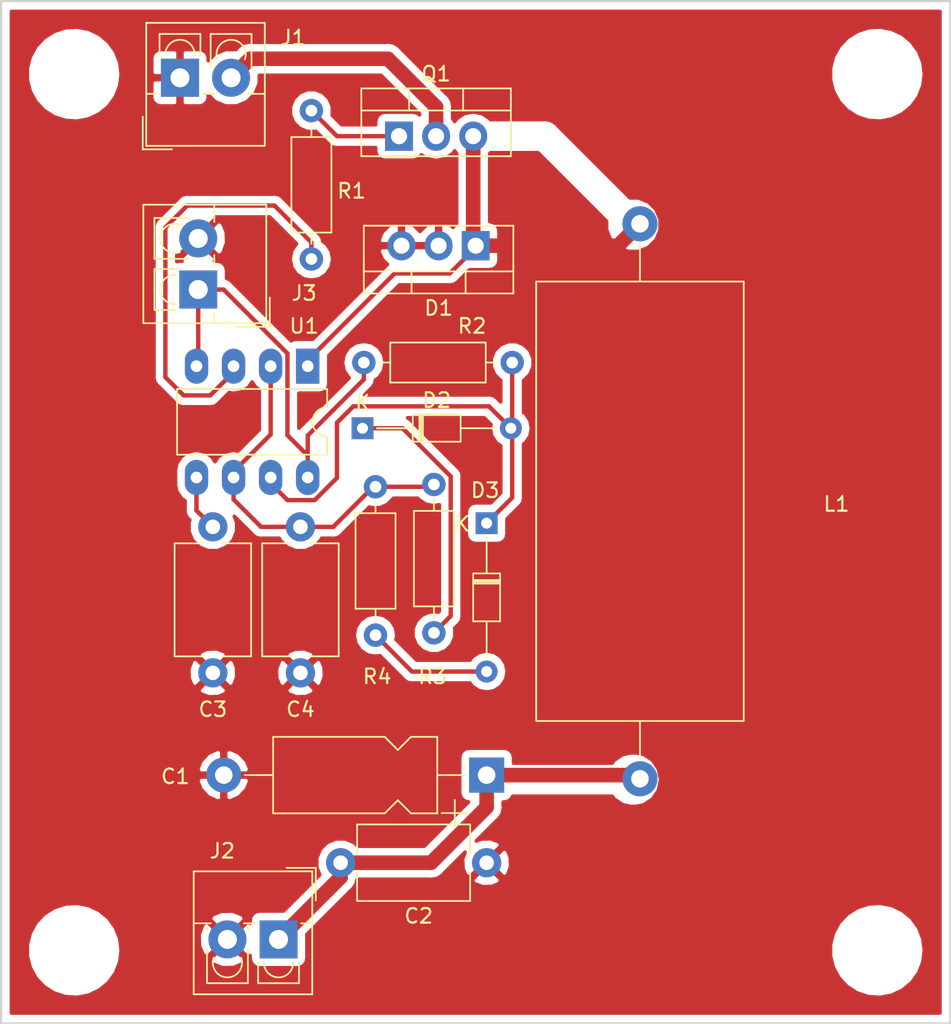
<source format=kicad_pcb>
(kicad_pcb (version 20171130) (host pcbnew "(5.0.2)-1")

  (general
    (thickness 1.6)
    (drawings 4)
    (tracks 77)
    (zones 0)
    (modules 21)
    (nets 13)
  )

  (page A4)
  (layers
    (0 F.Cu signal)
    (31 B.Cu signal)
    (32 B.Adhes user)
    (33 F.Adhes user)
    (34 B.Paste user)
    (35 F.Paste user)
    (36 B.SilkS user)
    (37 F.SilkS user)
    (38 B.Mask user)
    (39 F.Mask user)
    (40 Dwgs.User user)
    (41 Cmts.User user hide)
    (42 Eco1.User user hide)
    (43 Eco2.User user hide)
    (44 Edge.Cuts user)
    (45 Margin user hide)
    (46 B.CrtYd user hide)
    (47 F.CrtYd user)
    (48 B.Fab user hide)
    (49 F.Fab user hide)
  )

  (setup
    (last_trace_width 0.3)
    (trace_clearance 0.2)
    (zone_clearance 0.508)
    (zone_45_only no)
    (trace_min 0.2)
    (segment_width 0.2)
    (edge_width 0.15)
    (via_size 0.8)
    (via_drill 0.4)
    (via_min_size 0.4)
    (via_min_drill 0.3)
    (uvia_size 0.3)
    (uvia_drill 0.1)
    (uvias_allowed no)
    (uvia_min_size 0.2)
    (uvia_min_drill 0.1)
    (pcb_text_width 0.3)
    (pcb_text_size 1.5 1.5)
    (mod_edge_width 0.15)
    (mod_text_size 1 1)
    (mod_text_width 0.15)
    (pad_size 2.4 1.6)
    (pad_drill 0.8)
    (pad_to_mask_clearance 0.051)
    (solder_mask_min_width 0.25)
    (aux_axis_origin 0 0)
    (visible_elements 7FFFFFFF)
    (pcbplotparams
      (layerselection 0x010fc_ffffffff)
      (usegerberextensions false)
      (usegerberattributes false)
      (usegerberadvancedattributes false)
      (creategerberjobfile false)
      (excludeedgelayer true)
      (linewidth 0.100000)
      (plotframeref false)
      (viasonmask false)
      (mode 1)
      (useauxorigin false)
      (hpglpennumber 1)
      (hpglpenspeed 20)
      (hpglpendiameter 15.000000)
      (psnegative false)
      (psa4output false)
      (plotreference true)
      (plotvalue true)
      (plotinvisibletext false)
      (padsonsilk false)
      (subtractmaskfromsilk false)
      (outputformat 1)
      (mirror false)
      (drillshape 0)
      (scaleselection 1)
      (outputdirectory ""))
  )

  (net 0 "")
  (net 1 GND)
  (net 2 "Net-(C3-Pad1)")
  (net 3 /TRIG)
  (net 4 "Net-(D2-Pad1)")
  (net 5 "Net-(D2-Pad2)")
  (net 6 "Net-(D3-Pad2)")
  (net 7 "Net-(J1-Pad2)")
  (net 8 "Net-(Q1-Pad1)")
  (net 9 /Q_Base)
  (net 10 "Net-(C1-Pad1)")
  (net 11 /GNDCLK)
  (net 12 /RST)

  (net_class Default "This is the default net class."
    (clearance 0.2)
    (trace_width 0.3)
    (via_dia 0.8)
    (via_drill 0.4)
    (uvia_dia 0.3)
    (uvia_drill 0.1)
    (add_net /Q_Base)
    (add_net /RST)
    (add_net /TRIG)
    (add_net GND)
    (add_net "Net-(C3-Pad1)")
    (add_net "Net-(D2-Pad1)")
    (add_net "Net-(D2-Pad2)")
    (add_net "Net-(D3-Pad2)")
    (add_net "Net-(Q1-Pad1)")
  )

  (net_class Power ""
    (clearance 0.4)
    (trace_width 1)
    (via_dia 0.8)
    (via_drill 0.4)
    (uvia_dia 0.3)
    (uvia_drill 0.1)
    (diff_pair_gap 0.4)
    (diff_pair_width 0.4)
    (add_net /GNDCLK)
    (add_net "Net-(C1-Pad1)")
    (add_net "Net-(J1-Pad2)")
  )

  (module MountingHole:MountingHole_2.5mm (layer F.Cu) (tedit 5CDDC11C) (tstamp 5CEA53F7)
    (at 142.5 107.5)
    (descr "Mounting Hole 2.5mm, no annular")
    (tags "mounting hole 2.5mm no annular")
    (attr virtual)
    (fp_text reference "" (at 0 -3.5) (layer F.SilkS)
      (effects (font (size 1 1) (thickness 0.15)))
    )
    (fp_text value MountingHole_2.5mm (at 0 3.5) (layer F.Fab)
      (effects (font (size 1 1) (thickness 0.15)))
    )
    (fp_text user %R (at 0.3 0) (layer F.Fab)
      (effects (font (size 1 1) (thickness 0.15)))
    )
    (fp_circle (center 0 0) (end 2.5 0) (layer Cmts.User) (width 0.15))
    (fp_circle (center 0 0) (end 2.75 0) (layer F.CrtYd) (width 0.05))
    (pad 1 np_thru_hole circle (at 0 0) (size 2.5 2.5) (drill 2.5) (layers *.Cu *.Mask))
  )

  (module MountingHole:MountingHole_2.5mm (layer F.Cu) (tedit 5CDDC120) (tstamp 5CEA53F7)
    (at 197.5 107.5)
    (descr "Mounting Hole 2.5mm, no annular")
    (tags "mounting hole 2.5mm no annular")
    (attr virtual)
    (fp_text reference "" (at 0 -3.5) (layer F.SilkS)
      (effects (font (size 1 1) (thickness 0.15)))
    )
    (fp_text value MountingHole_2.5mm (at 0 3.5) (layer F.Fab)
      (effects (font (size 1 1) (thickness 0.15)))
    )
    (fp_text user %R (at 0.3 0) (layer F.Fab)
      (effects (font (size 1 1) (thickness 0.15)))
    )
    (fp_circle (center 0 0) (end 2.5 0) (layer Cmts.User) (width 0.15))
    (fp_circle (center 0 0) (end 2.75 0) (layer F.CrtYd) (width 0.05))
    (pad 1 np_thru_hole circle (at 0 0) (size 2.5 2.5) (drill 2.5) (layers *.Cu *.Mask))
  )

  (module MountingHole:MountingHole_2.5mm (layer F.Cu) (tedit 5CDDC128) (tstamp 5CEA53F7)
    (at 142.5 47.5)
    (descr "Mounting Hole 2.5mm, no annular")
    (tags "mounting hole 2.5mm no annular")
    (attr virtual)
    (fp_text reference "" (at 0 -3.5) (layer F.SilkS)
      (effects (font (size 1 1) (thickness 0.15)))
    )
    (fp_text value MountingHole_2.5mm (at 0 3.5) (layer F.Fab)
      (effects (font (size 1 1) (thickness 0.15)))
    )
    (fp_text user %R (at 0.3 0) (layer F.Fab)
      (effects (font (size 1 1) (thickness 0.15)))
    )
    (fp_circle (center 0 0) (end 2.5 0) (layer Cmts.User) (width 0.15))
    (fp_circle (center 0 0) (end 2.75 0) (layer F.CrtYd) (width 0.05))
    (pad 1 np_thru_hole circle (at 0 0) (size 2.5 2.5) (drill 2.5) (layers *.Cu *.Mask))
  )

  (module TerminalBlock_4Ucon:TerminalBlock_4Ucon_1x02_P3.50mm_Vertical (layer F.Cu) (tedit 5B294E7F) (tstamp 5CDC89BB)
    (at 149.75 47.75)
    (descr "Terminal Block 4Ucon ItemNo. 10693, vertical (cable from top), 2 pins, pitch 3.5mm, size 8x8.3mm^2, drill diamater 1.3mm, pad diameter 2.6mm, see http://www.4uconnector.com/online/object/4udrawing/10693.pdf, script-generated with , script-generated using https://github.com/pointhi/kicad-footprint-generator/scripts/TerminalBlock_4Ucon")
    (tags "THT Terminal Block 4Ucon ItemNo. 10693 vertical pitch 3.5mm size 8x8.3mm^2 drill 1.3mm pad 2.6mm")
    (path /5CC2C2AF)
    (fp_text reference J1 (at 7.75 -2.75) (layer F.SilkS)
      (effects (font (size 1 1) (thickness 0.15)))
    )
    (fp_text value Screw_Terminal_01x02 (at 1.75 5.66) (layer F.Fab)
      (effects (font (size 1 1) (thickness 0.15)))
    )
    (fp_text user %R (at 1.75 3.45) (layer F.Fab)
      (effects (font (size 1 1) (thickness 0.15)))
    )
    (fp_line (start 6.25 -4.2) (end -2.75 -4.2) (layer F.CrtYd) (width 0.05))
    (fp_line (start 6.25 5.11) (end 6.25 -4.2) (layer F.CrtYd) (width 0.05))
    (fp_line (start -2.75 5.11) (end 6.25 5.11) (layer F.CrtYd) (width 0.05))
    (fp_line (start -2.75 -4.2) (end -2.75 5.11) (layer F.CrtYd) (width 0.05))
    (fp_line (start -2.55 4.9) (end -0.55 4.9) (layer F.SilkS) (width 0.12))
    (fp_line (start -2.55 2.66) (end -2.55 4.9) (layer F.SilkS) (width 0.12))
    (fp_line (start 4.9 -3) (end 2.1 -3) (layer F.Fab) (width 0.1))
    (fp_line (start 4.9 0.75) (end 4.9 -3) (layer F.Fab) (width 0.1))
    (fp_line (start 2.1 0.75) (end 4.9 0.75) (layer F.Fab) (width 0.1))
    (fp_line (start 2.1 -3) (end 2.1 0.75) (layer F.Fab) (width 0.1))
    (fp_line (start 4.9 0.689) (end 4.9 0.75) (layer F.SilkS) (width 0.12))
    (fp_line (start 4.9 -3) (end 4.9 -0.689) (layer F.SilkS) (width 0.12))
    (fp_line (start 2.1 0.689) (end 2.1 0.75) (layer F.SilkS) (width 0.12))
    (fp_line (start 2.1 -3) (end 2.1 -0.689) (layer F.SilkS) (width 0.12))
    (fp_line (start 4.9 0.75) (end 4.9 0.75) (layer F.SilkS) (width 0.12))
    (fp_line (start 2.1 0.75) (end 2.101 0.75) (layer F.SilkS) (width 0.12))
    (fp_line (start 2.1 -3) (end 4.9 -3) (layer F.SilkS) (width 0.12))
    (fp_line (start 1.4 -3) (end -1.4 -3) (layer F.Fab) (width 0.1))
    (fp_line (start 1.4 0.75) (end 1.4 -3) (layer F.Fab) (width 0.1))
    (fp_line (start -1.4 0.75) (end 1.4 0.75) (layer F.Fab) (width 0.1))
    (fp_line (start -1.4 -3) (end -1.4 0.75) (layer F.Fab) (width 0.1))
    (fp_line (start 1.4 -3) (end 1.4 -1.54) (layer F.SilkS) (width 0.12))
    (fp_line (start -1.4 -3) (end -1.4 -1.54) (layer F.SilkS) (width 0.12))
    (fp_line (start -1.4 -3) (end 1.4 -3) (layer F.SilkS) (width 0.12))
    (fp_line (start 5.81 -3.76) (end 5.81 4.66) (layer F.SilkS) (width 0.12))
    (fp_line (start -2.31 -3.76) (end -2.31 4.66) (layer F.SilkS) (width 0.12))
    (fp_line (start -2.31 4.66) (end 5.81 4.66) (layer F.SilkS) (width 0.12))
    (fp_line (start -2.31 -3.76) (end 5.81 -3.76) (layer F.SilkS) (width 0.12))
    (fp_line (start 4.634 1.101) (end 5.81 1.101) (layer F.SilkS) (width 0.12))
    (fp_line (start 1.54 1.101) (end 2.367 1.101) (layer F.SilkS) (width 0.12))
    (fp_line (start -2.31 1.101) (end -1.54 1.101) (layer F.SilkS) (width 0.12))
    (fp_line (start -2.25 1.1) (end 5.75 1.1) (layer F.Fab) (width 0.1))
    (fp_line (start -2.25 2.6) (end -2.25 -3.7) (layer F.Fab) (width 0.1))
    (fp_line (start -0.25 4.6) (end -2.25 2.6) (layer F.Fab) (width 0.1))
    (fp_line (start 5.75 4.6) (end -0.25 4.6) (layer F.Fab) (width 0.1))
    (fp_line (start 5.75 -3.7) (end 5.75 4.6) (layer F.Fab) (width 0.1))
    (fp_line (start -2.25 -3.7) (end 5.75 -3.7) (layer F.Fab) (width 0.1))
    (fp_circle (center 3.5 -1.6) (end 4.5 -1.6) (layer F.Fab) (width 0.1))
    (fp_circle (center 0 -1.6) (end 1 -1.6) (layer F.Fab) (width 0.1))
    (fp_arc (start 3.5 -1.6) (end 4.44 -1.258) (angle -220) (layer F.SilkS) (width 0.12))
    (fp_arc (start 0 -1.6) (end 0.998 -1.531) (angle -188) (layer F.SilkS) (width 0.12))
    (pad 2 thru_hole circle (at 3.5 0) (size 2.6 2.6) (drill 1.3) (layers *.Cu *.Mask)
      (net 7 "Net-(J1-Pad2)"))
    (pad 1 thru_hole rect (at 0 0) (size 2.6 2.6) (drill 1.3) (layers *.Cu *.Mask)
      (net 1 GND))
    (model ${KISYS3DMOD}/TerminalBlock_4Ucon.3dshapes/TerminalBlock_4Ucon_1x02_P3.50mm_Vertical.wrl
      (at (xyz 0 0 0))
      (scale (xyz 1 1 1))
      (rotate (xyz 0 0 0))
    )
  )

  (module Capacitor_THT:CP_Axial_L11.0mm_D5.0mm_P18.00mm_Horizontal (layer F.Cu) (tedit 5AE50EF2) (tstamp 5CC32068)
    (at 170.75 95.5 180)
    (descr "CP, Axial series, Axial, Horizontal, pin pitch=18mm, , length*diameter=11*5mm^2, Electrolytic Capacitor")
    (tags "CP Axial series Axial Horizontal pin pitch 18mm  length 11mm diameter 5mm Electrolytic Capacitor")
    (path /5CB0B470)
    (fp_text reference C1 (at 21.31732 -0.09308 180) (layer F.SilkS)
      (effects (font (size 1 1) (thickness 0.15)))
    )
    (fp_text value 1u (at 9 3.62 180) (layer F.Fab)
      (effects (font (size 1 1) (thickness 0.15)))
    )
    (fp_line (start 3.5 -2.5) (end 3.5 2.5) (layer F.Fab) (width 0.1))
    (fp_line (start 14.5 -2.5) (end 14.5 2.5) (layer F.Fab) (width 0.1))
    (fp_line (start 3.5 -2.5) (end 5.18 -2.5) (layer F.Fab) (width 0.1))
    (fp_line (start 5.18 -2.5) (end 6.08 -1.6) (layer F.Fab) (width 0.1))
    (fp_line (start 6.08 -1.6) (end 6.98 -2.5) (layer F.Fab) (width 0.1))
    (fp_line (start 6.98 -2.5) (end 14.5 -2.5) (layer F.Fab) (width 0.1))
    (fp_line (start 3.5 2.5) (end 5.18 2.5) (layer F.Fab) (width 0.1))
    (fp_line (start 5.18 2.5) (end 6.08 1.6) (layer F.Fab) (width 0.1))
    (fp_line (start 6.08 1.6) (end 6.98 2.5) (layer F.Fab) (width 0.1))
    (fp_line (start 6.98 2.5) (end 14.5 2.5) (layer F.Fab) (width 0.1))
    (fp_line (start 0 0) (end 3.5 0) (layer F.Fab) (width 0.1))
    (fp_line (start 18 0) (end 14.5 0) (layer F.Fab) (width 0.1))
    (fp_line (start 5.2 0) (end 7 0) (layer F.Fab) (width 0.1))
    (fp_line (start 6.1 -0.9) (end 6.1 0.9) (layer F.Fab) (width 0.1))
    (fp_line (start 1.28 -2.6) (end 3.08 -2.6) (layer F.SilkS) (width 0.12))
    (fp_line (start 2.18 -3.5) (end 2.18 -1.7) (layer F.SilkS) (width 0.12))
    (fp_line (start 3.38 -2.62) (end 3.38 2.62) (layer F.SilkS) (width 0.12))
    (fp_line (start 14.62 -2.62) (end 14.62 2.62) (layer F.SilkS) (width 0.12))
    (fp_line (start 3.38 -2.62) (end 5.18 -2.62) (layer F.SilkS) (width 0.12))
    (fp_line (start 5.18 -2.62) (end 6.08 -1.72) (layer F.SilkS) (width 0.12))
    (fp_line (start 6.08 -1.72) (end 6.98 -2.62) (layer F.SilkS) (width 0.12))
    (fp_line (start 6.98 -2.62) (end 14.62 -2.62) (layer F.SilkS) (width 0.12))
    (fp_line (start 3.38 2.62) (end 5.18 2.62) (layer F.SilkS) (width 0.12))
    (fp_line (start 5.18 2.62) (end 6.08 1.72) (layer F.SilkS) (width 0.12))
    (fp_line (start 6.08 1.72) (end 6.98 2.62) (layer F.SilkS) (width 0.12))
    (fp_line (start 6.98 2.62) (end 14.62 2.62) (layer F.SilkS) (width 0.12))
    (fp_line (start 1.44 0) (end 3.38 0) (layer F.SilkS) (width 0.12))
    (fp_line (start 16.56 0) (end 14.62 0) (layer F.SilkS) (width 0.12))
    (fp_line (start -1.45 -2.75) (end -1.45 2.75) (layer F.CrtYd) (width 0.05))
    (fp_line (start -1.45 2.75) (end 19.45 2.75) (layer F.CrtYd) (width 0.05))
    (fp_line (start 19.45 2.75) (end 19.45 -2.75) (layer F.CrtYd) (width 0.05))
    (fp_line (start 19.45 -2.75) (end -1.45 -2.75) (layer F.CrtYd) (width 0.05))
    (fp_text user %R (at 9 0 180) (layer F.Fab)
      (effects (font (size 1 1) (thickness 0.15)))
    )
    (pad 1 thru_hole rect (at 0 0 180) (size 2.4 2.4) (drill 1.2) (layers *.Cu *.Mask)
      (net 10 "Net-(C1-Pad1)"))
    (pad 2 thru_hole oval (at 18 0 180) (size 2.4 2.4) (drill 1.2) (layers *.Cu *.Mask)
      (net 1 GND))
    (model ${KISYS3DMOD}/Capacitor_THT.3dshapes/CP_Axial_L11.0mm_D5.0mm_P18.00mm_Horizontal.wrl
      (at (xyz 0 0 0))
      (scale (xyz 1 1 1))
      (rotate (xyz 0 0 0))
    )
  )

  (module Capacitor_THT:C_Disc_D7.5mm_W5.0mm_P10.00mm (layer F.Cu) (tedit 5AE50EF0) (tstamp 5CC320C8)
    (at 160.75 101.5)
    (descr "C, Disc series, Radial, pin pitch=10.00mm, , diameter*width=7.5*5.0mm^2, Capacitor, http://www.vishay.com/docs/28535/vy2series.pdf")
    (tags "C Disc series Radial pin pitch 10.00mm  diameter 7.5mm width 5.0mm Capacitor")
    (path /5CB0DCF7)
    (fp_text reference C2 (at 5.34326 3.64734) (layer F.SilkS)
      (effects (font (size 1 1) (thickness 0.15)))
    )
    (fp_text value 100n (at 5 3.75) (layer F.Fab)
      (effects (font (size 1 1) (thickness 0.15)))
    )
    (fp_line (start 1.25 -2.5) (end 1.25 2.5) (layer F.Fab) (width 0.1))
    (fp_line (start 1.25 2.5) (end 8.75 2.5) (layer F.Fab) (width 0.1))
    (fp_line (start 8.75 2.5) (end 8.75 -2.5) (layer F.Fab) (width 0.1))
    (fp_line (start 8.75 -2.5) (end 1.25 -2.5) (layer F.Fab) (width 0.1))
    (fp_line (start 1.13 -2.62) (end 8.87 -2.62) (layer F.SilkS) (width 0.12))
    (fp_line (start 1.13 2.62) (end 8.87 2.62) (layer F.SilkS) (width 0.12))
    (fp_line (start 1.13 -2.62) (end 1.13 -0.636) (layer F.SilkS) (width 0.12))
    (fp_line (start 1.13 0.636) (end 1.13 2.62) (layer F.SilkS) (width 0.12))
    (fp_line (start 8.87 -2.62) (end 8.87 -0.636) (layer F.SilkS) (width 0.12))
    (fp_line (start 8.87 0.636) (end 8.87 2.62) (layer F.SilkS) (width 0.12))
    (fp_line (start -1.25 -2.75) (end -1.25 2.75) (layer F.CrtYd) (width 0.05))
    (fp_line (start -1.25 2.75) (end 11.25 2.75) (layer F.CrtYd) (width 0.05))
    (fp_line (start 11.25 2.75) (end 11.25 -2.75) (layer F.CrtYd) (width 0.05))
    (fp_line (start 11.25 -2.75) (end -1.25 -2.75) (layer F.CrtYd) (width 0.05))
    (fp_text user %R (at 5 0) (layer F.Fab)
      (effects (font (size 1 1) (thickness 0.15)))
    )
    (pad 1 thru_hole circle (at 0 0) (size 2 2) (drill 1) (layers *.Cu *.Mask)
      (net 10 "Net-(C1-Pad1)"))
    (pad 2 thru_hole circle (at 10 0) (size 2 2) (drill 1) (layers *.Cu *.Mask)
      (net 1 GND))
    (model ${KISYS3DMOD}/Capacitor_THT.3dshapes/C_Disc_D7.5mm_W5.0mm_P10.00mm.wrl
      (at (xyz 0 0 0))
      (scale (xyz 1 1 1))
      (rotate (xyz 0 0 0))
    )
  )

  (module Capacitor_THT:C_Disc_D7.5mm_W5.0mm_P10.00mm (layer F.Cu) (tedit 5AE50EF0) (tstamp 5CC32797)
    (at 152 78.5 270)
    (descr "C, Disc series, Radial, pin pitch=10.00mm, , diameter*width=7.5*5.0mm^2, Capacitor, http://www.vishay.com/docs/28535/vy2series.pdf")
    (tags "C Disc series Radial pin pitch 10.00mm  diameter 7.5mm width 5.0mm Capacitor")
    (path /5CB37AF6)
    (fp_text reference C3 (at 12.5 0) (layer F.SilkS)
      (effects (font (size 1 1) (thickness 0.15)))
    )
    (fp_text value 10n (at 5 3.75 270) (layer F.Fab)
      (effects (font (size 1 1) (thickness 0.15)))
    )
    (fp_line (start 1.25 -2.5) (end 1.25 2.5) (layer F.Fab) (width 0.1))
    (fp_line (start 1.25 2.5) (end 8.75 2.5) (layer F.Fab) (width 0.1))
    (fp_line (start 8.75 2.5) (end 8.75 -2.5) (layer F.Fab) (width 0.1))
    (fp_line (start 8.75 -2.5) (end 1.25 -2.5) (layer F.Fab) (width 0.1))
    (fp_line (start 1.13 -2.62) (end 8.87 -2.62) (layer F.SilkS) (width 0.12))
    (fp_line (start 1.13 2.62) (end 8.87 2.62) (layer F.SilkS) (width 0.12))
    (fp_line (start 1.13 -2.62) (end 1.13 -0.636) (layer F.SilkS) (width 0.12))
    (fp_line (start 1.13 0.636) (end 1.13 2.62) (layer F.SilkS) (width 0.12))
    (fp_line (start 8.87 -2.62) (end 8.87 -0.636) (layer F.SilkS) (width 0.12))
    (fp_line (start 8.87 0.636) (end 8.87 2.62) (layer F.SilkS) (width 0.12))
    (fp_line (start -1.25 -2.75) (end -1.25 2.75) (layer F.CrtYd) (width 0.05))
    (fp_line (start -1.25 2.75) (end 11.25 2.75) (layer F.CrtYd) (width 0.05))
    (fp_line (start 11.25 2.75) (end 11.25 -2.75) (layer F.CrtYd) (width 0.05))
    (fp_line (start 11.25 -2.75) (end -1.25 -2.75) (layer F.CrtYd) (width 0.05))
    (fp_text user %R (at 4.75 1.25 270) (layer F.Fab)
      (effects (font (size 1 1) (thickness 0.15)))
    )
    (pad 1 thru_hole circle (at 0 0 270) (size 2 2) (drill 1) (layers *.Cu *.Mask)
      (net 2 "Net-(C3-Pad1)"))
    (pad 2 thru_hole circle (at 10 0 270) (size 2 2) (drill 1) (layers *.Cu *.Mask)
      (net 1 GND))
    (model ${KISYS3DMOD}/Capacitor_THT.3dshapes/C_Disc_D7.5mm_W5.0mm_P10.00mm.wrl
      (at (xyz 0 0 0))
      (scale (xyz 1 1 1))
      (rotate (xyz 0 0 0))
    )
  )

  (module Capacitor_THT:C_Disc_D7.5mm_W5.0mm_P10.00mm (layer F.Cu) (tedit 5AE50EF0) (tstamp 5CC32887)
    (at 158 78.5 270)
    (descr "C, Disc series, Radial, pin pitch=10.00mm, , diameter*width=7.5*5.0mm^2, Capacitor, http://www.vishay.com/docs/28535/vy2series.pdf")
    (tags "C Disc series Radial pin pitch 10.00mm  diameter 7.5mm width 5.0mm Capacitor")
    (path /5CB1966A)
    (fp_text reference C4 (at 12.5 0) (layer F.SilkS)
      (effects (font (size 1 1) (thickness 0.15)))
    )
    (fp_text value 820p (at 5 3.75 270) (layer F.Fab)
      (effects (font (size 1 1) (thickness 0.15)))
    )
    (fp_text user %R (at 5 0 270) (layer F.Fab)
      (effects (font (size 1 1) (thickness 0.15)))
    )
    (fp_line (start 11.25 -2.75) (end -1.25 -2.75) (layer F.CrtYd) (width 0.05))
    (fp_line (start 11.25 2.75) (end 11.25 -2.75) (layer F.CrtYd) (width 0.05))
    (fp_line (start -1.25 2.75) (end 11.25 2.75) (layer F.CrtYd) (width 0.05))
    (fp_line (start -1.25 -2.75) (end -1.25 2.75) (layer F.CrtYd) (width 0.05))
    (fp_line (start 8.87 0.636) (end 8.87 2.62) (layer F.SilkS) (width 0.12))
    (fp_line (start 8.87 -2.62) (end 8.87 -0.636) (layer F.SilkS) (width 0.12))
    (fp_line (start 1.13 0.636) (end 1.13 2.62) (layer F.SilkS) (width 0.12))
    (fp_line (start 1.13 -2.62) (end 1.13 -0.636) (layer F.SilkS) (width 0.12))
    (fp_line (start 1.13 2.62) (end 8.87 2.62) (layer F.SilkS) (width 0.12))
    (fp_line (start 1.13 -2.62) (end 8.87 -2.62) (layer F.SilkS) (width 0.12))
    (fp_line (start 8.75 -2.5) (end 1.25 -2.5) (layer F.Fab) (width 0.1))
    (fp_line (start 8.75 2.5) (end 8.75 -2.5) (layer F.Fab) (width 0.1))
    (fp_line (start 1.25 2.5) (end 8.75 2.5) (layer F.Fab) (width 0.1))
    (fp_line (start 1.25 -2.5) (end 1.25 2.5) (layer F.Fab) (width 0.1))
    (pad 2 thru_hole circle (at 10 0 270) (size 2 2) (drill 1) (layers *.Cu *.Mask)
      (net 1 GND))
    (pad 1 thru_hole circle (at 0 0 270) (size 2 2) (drill 1) (layers *.Cu *.Mask)
      (net 3 /TRIG))
    (model ${KISYS3DMOD}/Capacitor_THT.3dshapes/C_Disc_D7.5mm_W5.0mm_P10.00mm.wrl
      (at (xyz 0 0 0))
      (scale (xyz 1 1 1))
      (rotate (xyz 0 0 0))
    )
  )

  (module Diode_THT:D_DO-34_SOD68_P10.16mm_Horizontal (layer F.Cu) (tedit 5AE50CD5) (tstamp 5CC327DD)
    (at 170.75 78.25 270)
    (descr "Diode, DO-34_SOD68 series, Axial, Horizontal, pin pitch=10.16mm, , length*diameter=3.04*1.6mm^2, , https://www.nxp.com/docs/en/data-sheet/KTY83_SER.pdf")
    (tags "Diode DO-34_SOD68 series Axial Horizontal pin pitch 10.16mm  length 3.04mm diameter 1.6mm")
    (path /5CC34474)
    (fp_text reference D3 (at -2.25 0.10576) (layer F.SilkS)
      (effects (font (size 1 1) (thickness 0.15)))
    )
    (fp_text value D (at 5.08 1.92 270) (layer F.Fab)
      (effects (font (size 1 1) (thickness 0.15)))
    )
    (fp_text user K (at 0.05762 1.66278) (layer F.SilkS)
      (effects (font (size 1 1) (thickness 0.15)))
    )
    (fp_text user K (at -2.75 -0.25 270) (layer F.Fab)
      (effects (font (size 1 1) (thickness 0.15)))
    )
    (fp_text user %R (at 5.308 0 270) (layer F.Fab)
      (effects (font (size 0.608 0.608) (thickness 0.0912)))
    )
    (fp_line (start 11.16 -1.05) (end -1 -1.05) (layer F.CrtYd) (width 0.05))
    (fp_line (start 11.16 1.05) (end 11.16 -1.05) (layer F.CrtYd) (width 0.05))
    (fp_line (start -1 1.05) (end 11.16 1.05) (layer F.CrtYd) (width 0.05))
    (fp_line (start -1 -1.05) (end -1 1.05) (layer F.CrtYd) (width 0.05))
    (fp_line (start 3.896 -0.92) (end 3.896 0.92) (layer F.SilkS) (width 0.12))
    (fp_line (start 4.136 -0.92) (end 4.136 0.92) (layer F.SilkS) (width 0.12))
    (fp_line (start 4.016 -0.92) (end 4.016 0.92) (layer F.SilkS) (width 0.12))
    (fp_line (start 9.17 0) (end 6.72 0) (layer F.SilkS) (width 0.12))
    (fp_line (start 0.99 0) (end 3.44 0) (layer F.SilkS) (width 0.12))
    (fp_line (start 6.72 -0.92) (end 3.44 -0.92) (layer F.SilkS) (width 0.12))
    (fp_line (start 6.72 0.92) (end 6.72 -0.92) (layer F.SilkS) (width 0.12))
    (fp_line (start 3.44 0.92) (end 6.72 0.92) (layer F.SilkS) (width 0.12))
    (fp_line (start 3.44 -0.92) (end 3.44 0.92) (layer F.SilkS) (width 0.12))
    (fp_line (start 3.916 -0.8) (end 3.916 0.8) (layer F.Fab) (width 0.1))
    (fp_line (start 4.116 -0.8) (end 4.116 0.8) (layer F.Fab) (width 0.1))
    (fp_line (start 4.016 -0.8) (end 4.016 0.8) (layer F.Fab) (width 0.1))
    (fp_line (start 10.16 0) (end 6.6 0) (layer F.Fab) (width 0.1))
    (fp_line (start 0 0) (end 3.56 0) (layer F.Fab) (width 0.1))
    (fp_line (start 6.6 -0.8) (end 3.56 -0.8) (layer F.Fab) (width 0.1))
    (fp_line (start 6.6 0.8) (end 6.6 -0.8) (layer F.Fab) (width 0.1))
    (fp_line (start 3.56 0.8) (end 6.6 0.8) (layer F.Fab) (width 0.1))
    (fp_line (start 3.56 -0.8) (end 3.56 0.8) (layer F.Fab) (width 0.1))
    (pad 2 thru_hole oval (at 10.16 0 270) (size 1.5 1.5) (drill 0.75) (layers *.Cu *.Mask)
      (net 6 "Net-(D3-Pad2)"))
    (pad 1 thru_hole rect (at 0 0 270) (size 1.5 1.5) (drill 0.75) (layers *.Cu *.Mask)
      (net 5 "Net-(D2-Pad2)"))
    (model ${KISYS3DMOD}/Diode_THT.3dshapes/D_DO-34_SOD68_P10.16mm_Horizontal.wrl
      (at (xyz 0 0 0))
      (scale (xyz 1 1 1))
      (rotate (xyz 0 0 0))
    )
  )

  (module TerminalBlock_4Ucon:TerminalBlock_4Ucon_1x02_P3.50mm_Vertical (layer F.Cu) (tedit 5B294E7F) (tstamp 5CC530DF)
    (at 156.5 106.75 180)
    (descr "Terminal Block 4Ucon ItemNo. 10693, vertical (cable from top), 2 pins, pitch 3.5mm, size 8x8.3mm^2, drill diamater 1.3mm, pad diameter 2.6mm, see http://www.4uconnector.com/online/object/4udrawing/10693.pdf, script-generated with , script-generated using https://github.com/pointhi/kicad-footprint-generator/scripts/TerminalBlock_4Ucon")
    (tags "THT Terminal Block 4Ucon ItemNo. 10693 vertical pitch 3.5mm size 8x8.3mm^2 drill 1.3mm pad 2.6mm")
    (path /5CC2AE89)
    (fp_text reference J2 (at 3.8472 6.05854 180) (layer F.SilkS)
      (effects (font (size 1 1) (thickness 0.15)))
    )
    (fp_text value Screw_Terminal_01x02 (at 1.75 5.66 180) (layer F.Fab)
      (effects (font (size 1 1) (thickness 0.15)))
    )
    (fp_arc (start 0 -1.6) (end 0.998 -1.531) (angle -188) (layer F.SilkS) (width 0.12))
    (fp_arc (start 3.5 -1.6) (end 4.44 -1.258) (angle -220) (layer F.SilkS) (width 0.12))
    (fp_circle (center 0 -1.6) (end 1 -1.6) (layer F.Fab) (width 0.1))
    (fp_circle (center 3.5 -1.6) (end 4.5 -1.6) (layer F.Fab) (width 0.1))
    (fp_line (start -2.25 -3.7) (end 5.75 -3.7) (layer F.Fab) (width 0.1))
    (fp_line (start 5.75 -3.7) (end 5.75 4.6) (layer F.Fab) (width 0.1))
    (fp_line (start 5.75 4.6) (end -0.25 4.6) (layer F.Fab) (width 0.1))
    (fp_line (start -0.25 4.6) (end -2.25 2.6) (layer F.Fab) (width 0.1))
    (fp_line (start -2.25 2.6) (end -2.25 -3.7) (layer F.Fab) (width 0.1))
    (fp_line (start -2.25 1.1) (end 5.75 1.1) (layer F.Fab) (width 0.1))
    (fp_line (start -2.31 1.101) (end -1.54 1.101) (layer F.SilkS) (width 0.12))
    (fp_line (start 1.54 1.101) (end 2.367 1.101) (layer F.SilkS) (width 0.12))
    (fp_line (start 4.634 1.101) (end 5.81 1.101) (layer F.SilkS) (width 0.12))
    (fp_line (start -2.31 -3.76) (end 5.81 -3.76) (layer F.SilkS) (width 0.12))
    (fp_line (start -2.31 4.66) (end 5.81 4.66) (layer F.SilkS) (width 0.12))
    (fp_line (start -2.31 -3.76) (end -2.31 4.66) (layer F.SilkS) (width 0.12))
    (fp_line (start 5.81 -3.76) (end 5.81 4.66) (layer F.SilkS) (width 0.12))
    (fp_line (start -1.4 -3) (end 1.4 -3) (layer F.SilkS) (width 0.12))
    (fp_line (start -1.4 -3) (end -1.4 -1.54) (layer F.SilkS) (width 0.12))
    (fp_line (start 1.4 -3) (end 1.4 -1.54) (layer F.SilkS) (width 0.12))
    (fp_line (start -1.4 -3) (end -1.4 0.75) (layer F.Fab) (width 0.1))
    (fp_line (start -1.4 0.75) (end 1.4 0.75) (layer F.Fab) (width 0.1))
    (fp_line (start 1.4 0.75) (end 1.4 -3) (layer F.Fab) (width 0.1))
    (fp_line (start 1.4 -3) (end -1.4 -3) (layer F.Fab) (width 0.1))
    (fp_line (start 2.1 -3) (end 4.9 -3) (layer F.SilkS) (width 0.12))
    (fp_line (start 2.1 0.75) (end 2.101 0.75) (layer F.SilkS) (width 0.12))
    (fp_line (start 4.9 0.75) (end 4.9 0.75) (layer F.SilkS) (width 0.12))
    (fp_line (start 2.1 -3) (end 2.1 -0.689) (layer F.SilkS) (width 0.12))
    (fp_line (start 2.1 0.689) (end 2.1 0.75) (layer F.SilkS) (width 0.12))
    (fp_line (start 4.9 -3) (end 4.9 -0.689) (layer F.SilkS) (width 0.12))
    (fp_line (start 4.9 0.689) (end 4.9 0.75) (layer F.SilkS) (width 0.12))
    (fp_line (start 2.1 -3) (end 2.1 0.75) (layer F.Fab) (width 0.1))
    (fp_line (start 2.1 0.75) (end 4.9 0.75) (layer F.Fab) (width 0.1))
    (fp_line (start 4.9 0.75) (end 4.9 -3) (layer F.Fab) (width 0.1))
    (fp_line (start 4.9 -3) (end 2.1 -3) (layer F.Fab) (width 0.1))
    (fp_line (start -2.55 2.66) (end -2.55 4.9) (layer F.SilkS) (width 0.12))
    (fp_line (start -2.55 4.9) (end -0.55 4.9) (layer F.SilkS) (width 0.12))
    (fp_line (start -2.75 -4.2) (end -2.75 5.11) (layer F.CrtYd) (width 0.05))
    (fp_line (start -2.75 5.11) (end 6.25 5.11) (layer F.CrtYd) (width 0.05))
    (fp_line (start 6.25 5.11) (end 6.25 -4.2) (layer F.CrtYd) (width 0.05))
    (fp_line (start 6.25 -4.2) (end -2.75 -4.2) (layer F.CrtYd) (width 0.05))
    (fp_text user %R (at 1.75 3.45 180) (layer F.Fab)
      (effects (font (size 1 1) (thickness 0.15)))
    )
    (pad 1 thru_hole rect (at 0 0 180) (size 2.6 2.6) (drill 1.3) (layers *.Cu *.Mask)
      (net 10 "Net-(C1-Pad1)"))
    (pad 2 thru_hole circle (at 3.5 0 180) (size 2.6 2.6) (drill 1.3) (layers *.Cu *.Mask)
      (net 1 GND))
    (model ${KISYS3DMOD}/TerminalBlock_4Ucon.3dshapes/TerminalBlock_4Ucon_1x02_P3.50mm_Vertical.wrl
      (at (xyz 0 0 0))
      (scale (xyz 1 1 1))
      (rotate (xyz 0 0 0))
    )
  )

  (module Package_TO_SOT_THT:TO-220-3_Vertical (layer F.Cu) (tedit 5AC8BA0D) (tstamp 5CDC8A7D)
    (at 164.75 51.75)
    (descr "TO-220-3, Vertical, RM 2.54mm, see https://www.vishay.com/docs/66542/to-220-1.pdf")
    (tags "TO-220-3 Vertical RM 2.54mm")
    (path /5CC2DAA0)
    (fp_text reference Q1 (at 2.54 -4.27) (layer F.SilkS)
      (effects (font (size 1 1) (thickness 0.15)))
    )
    (fp_text value IRF510 (at 2.54 2.5) (layer F.Fab)
      (effects (font (size 1 1) (thickness 0.15)))
    )
    (fp_line (start -2.46 -3.15) (end -2.46 1.25) (layer F.Fab) (width 0.1))
    (fp_line (start -2.46 1.25) (end 7.54 1.25) (layer F.Fab) (width 0.1))
    (fp_line (start 7.54 1.25) (end 7.54 -3.15) (layer F.Fab) (width 0.1))
    (fp_line (start 7.54 -3.15) (end -2.46 -3.15) (layer F.Fab) (width 0.1))
    (fp_line (start -2.46 -1.88) (end 7.54 -1.88) (layer F.Fab) (width 0.1))
    (fp_line (start 0.69 -3.15) (end 0.69 -1.88) (layer F.Fab) (width 0.1))
    (fp_line (start 4.39 -3.15) (end 4.39 -1.88) (layer F.Fab) (width 0.1))
    (fp_line (start -2.58 -3.27) (end 7.66 -3.27) (layer F.SilkS) (width 0.12))
    (fp_line (start -2.58 1.371) (end 7.66 1.371) (layer F.SilkS) (width 0.12))
    (fp_line (start -2.58 -3.27) (end -2.58 1.371) (layer F.SilkS) (width 0.12))
    (fp_line (start 7.66 -3.27) (end 7.66 1.371) (layer F.SilkS) (width 0.12))
    (fp_line (start -2.58 -1.76) (end 7.66 -1.76) (layer F.SilkS) (width 0.12))
    (fp_line (start 0.69 -3.27) (end 0.69 -1.76) (layer F.SilkS) (width 0.12))
    (fp_line (start 4.391 -3.27) (end 4.391 -1.76) (layer F.SilkS) (width 0.12))
    (fp_line (start -2.71 -3.4) (end -2.71 1.51) (layer F.CrtYd) (width 0.05))
    (fp_line (start -2.71 1.51) (end 7.79 1.51) (layer F.CrtYd) (width 0.05))
    (fp_line (start 7.79 1.51) (end 7.79 -3.4) (layer F.CrtYd) (width 0.05))
    (fp_line (start 7.79 -3.4) (end -2.71 -3.4) (layer F.CrtYd) (width 0.05))
    (fp_text user %R (at 2.54 -4.27) (layer F.Fab)
      (effects (font (size 1 1) (thickness 0.15)))
    )
    (pad 1 thru_hole rect (at 0 0) (size 1.905 2) (drill 1.1) (layers *.Cu *.Mask)
      (net 8 "Net-(Q1-Pad1)"))
    (pad 2 thru_hole oval (at 2.54 0) (size 1.905 2) (drill 1.1) (layers *.Cu *.Mask)
      (net 7 "Net-(J1-Pad2)"))
    (pad 3 thru_hole oval (at 5.08 0) (size 1.905 2) (drill 1.1) (layers *.Cu *.Mask)
      (net 11 /GNDCLK))
    (model ${KISYS3DMOD}/Package_TO_SOT_THT.3dshapes/TO-220-3_Vertical.wrl
      (at (xyz 0 0 0))
      (scale (xyz 1 1 1))
      (rotate (xyz 0 0 0))
    )
  )

  (module Resistor_THT:R_Axial_DIN0207_L6.3mm_D2.5mm_P10.16mm_Horizontal (layer F.Cu) (tedit 5AE5139B) (tstamp 5CC3299A)
    (at 163.140781 75.75774 270)
    (descr "Resistor, Axial_DIN0207 series, Axial, Horizontal, pin pitch=10.16mm, 0.25W = 1/4W, length*diameter=6.3*2.5mm^2, http://cdn-reichelt.de/documents/datenblatt/B400/1_4W%23YAG.pdf")
    (tags "Resistor Axial_DIN0207 series Axial Horizontal pin pitch 10.16mm 0.25W = 1/4W length 6.3mm diameter 2.5mm")
    (path /5CB1EF33)
    (fp_text reference R4 (at 12.99226 -0.109219) (layer F.SilkS)
      (effects (font (size 1 1) (thickness 0.15)))
    )
    (fp_text value 10k (at 1.93 1.25 270) (layer F.Fab)
      (effects (font (size 1 1) (thickness 0.15)))
    )
    (fp_line (start 1.93 -1.25) (end 1.93 1.25) (layer F.Fab) (width 0.1))
    (fp_line (start 1.93 1.25) (end 8.23 1.25) (layer F.Fab) (width 0.1))
    (fp_line (start 8.23 1.25) (end 8.23 -1.25) (layer F.Fab) (width 0.1))
    (fp_line (start 8.23 -1.25) (end 1.93 -1.25) (layer F.Fab) (width 0.1))
    (fp_line (start 0 0) (end 1.93 0) (layer F.Fab) (width 0.1))
    (fp_line (start 10.16 0) (end 8.23 0) (layer F.Fab) (width 0.1))
    (fp_line (start 1.81 -1.37) (end 1.81 1.37) (layer F.SilkS) (width 0.12))
    (fp_line (start 1.81 1.37) (end 8.35 1.37) (layer F.SilkS) (width 0.12))
    (fp_line (start 8.35 1.37) (end 8.35 -1.37) (layer F.SilkS) (width 0.12))
    (fp_line (start 8.35 -1.37) (end 1.81 -1.37) (layer F.SilkS) (width 0.12))
    (fp_line (start 1.04 0) (end 1.81 0) (layer F.SilkS) (width 0.12))
    (fp_line (start 9.12 0) (end 8.35 0) (layer F.SilkS) (width 0.12))
    (fp_line (start -1.05 -1.5) (end -1.05 1.5) (layer F.CrtYd) (width 0.05))
    (fp_line (start -1.05 1.5) (end 11.21 1.5) (layer F.CrtYd) (width 0.05))
    (fp_line (start 11.21 1.5) (end 11.21 -1.5) (layer F.CrtYd) (width 0.05))
    (fp_line (start 11.21 -1.5) (end -1.05 -1.5) (layer F.CrtYd) (width 0.05))
    (fp_text user %R (at 5.08 0 270) (layer F.Fab)
      (effects (font (size 1 1) (thickness 0.15)))
    )
    (pad 1 thru_hole circle (at 0 0 270) (size 1.6 1.6) (drill 0.8) (layers *.Cu *.Mask)
      (net 3 /TRIG))
    (pad 2 thru_hole oval (at 10.16 0 270) (size 1.6 1.6) (drill 0.8) (layers *.Cu *.Mask)
      (net 6 "Net-(D3-Pad2)"))
    (model ${KISYS3DMOD}/Resistor_THT.3dshapes/R_Axial_DIN0207_L6.3mm_D2.5mm_P10.16mm_Horizontal.wrl
      (at (xyz 0 0 0))
      (scale (xyz 1 1 1))
      (rotate (xyz 0 0 0))
    )
  )

  (module Package_TO_SOT_THT:TO-220-3_Vertical (layer F.Cu) (tedit 5AC8BA0D) (tstamp 5CDC8A32)
    (at 170 59.25 180)
    (descr "TO-220-3, Vertical, RM 2.54mm, see https://www.vishay.com/docs/66542/to-220-1.pdf")
    (tags "TO-220-3 Vertical RM 2.54mm")
    (path /5CC355F8)
    (fp_text reference D1 (at 2.54 -4.27 180) (layer F.SilkS)
      (effects (font (size 1 1) (thickness 0.15)))
    )
    (fp_text value D_x2_KCom_KAA (at 2.54 2.5 180) (layer F.Fab)
      (effects (font (size 1 1) (thickness 0.15)))
    )
    (fp_line (start -2.46 -3.15) (end -2.46 1.25) (layer F.Fab) (width 0.1))
    (fp_line (start -2.46 1.25) (end 7.54 1.25) (layer F.Fab) (width 0.1))
    (fp_line (start 7.54 1.25) (end 7.54 -3.15) (layer F.Fab) (width 0.1))
    (fp_line (start 7.54 -3.15) (end -2.46 -3.15) (layer F.Fab) (width 0.1))
    (fp_line (start -2.46 -1.88) (end 7.54 -1.88) (layer F.Fab) (width 0.1))
    (fp_line (start 0.69 -3.15) (end 0.69 -1.88) (layer F.Fab) (width 0.1))
    (fp_line (start 4.39 -3.15) (end 4.39 -1.88) (layer F.Fab) (width 0.1))
    (fp_line (start -2.58 -3.27) (end 7.66 -3.27) (layer F.SilkS) (width 0.12))
    (fp_line (start -2.58 1.371) (end 7.66 1.371) (layer F.SilkS) (width 0.12))
    (fp_line (start -2.58 -3.27) (end -2.58 1.371) (layer F.SilkS) (width 0.12))
    (fp_line (start 7.66 -3.27) (end 7.66 1.371) (layer F.SilkS) (width 0.12))
    (fp_line (start -2.58 -1.76) (end 7.66 -1.76) (layer F.SilkS) (width 0.12))
    (fp_line (start 0.69 -3.27) (end 0.69 -1.76) (layer F.SilkS) (width 0.12))
    (fp_line (start 4.391 -3.27) (end 4.391 -1.76) (layer F.SilkS) (width 0.12))
    (fp_line (start -2.71 -3.4) (end -2.71 1.51) (layer F.CrtYd) (width 0.05))
    (fp_line (start -2.71 1.51) (end 7.79 1.51) (layer F.CrtYd) (width 0.05))
    (fp_line (start 7.79 1.51) (end 7.79 -3.4) (layer F.CrtYd) (width 0.05))
    (fp_line (start 7.79 -3.4) (end -2.71 -3.4) (layer F.CrtYd) (width 0.05))
    (fp_text user %R (at 2.54 -4.27 180) (layer F.Fab)
      (effects (font (size 1 1) (thickness 0.15)))
    )
    (pad 1 thru_hole rect (at 0 0 180) (size 1.905 2) (drill 1.1) (layers *.Cu *.Mask)
      (net 11 /GNDCLK))
    (pad 2 thru_hole oval (at 2.54 0 180) (size 1.905 2) (drill 1.1) (layers *.Cu *.Mask)
      (net 1 GND))
    (pad 3 thru_hole oval (at 5.08 0 180) (size 1.905 2) (drill 1.1) (layers *.Cu *.Mask)
      (net 1 GND))
    (model ${KISYS3DMOD}/Package_TO_SOT_THT.3dshapes/TO-220-3_Vertical.wrl
      (at (xyz 0 0 0))
      (scale (xyz 1 1 1))
      (rotate (xyz 0 0 0))
    )
  )

  (module TerminalBlock_4Ucon:TerminalBlock_4Ucon_1x02_P3.50mm_Vertical (layer F.Cu) (tedit 5B294E7F) (tstamp 5CC32725)
    (at 151 62.25 90)
    (descr "Terminal Block 4Ucon ItemNo. 10693, vertical (cable from top), 2 pins, pitch 3.5mm, size 8x8.3mm^2, drill diamater 1.3mm, pad diameter 2.6mm, see http://www.4uconnector.com/online/object/4udrawing/10693.pdf, script-generated with , script-generated using https://github.com/pointhi/kicad-footprint-generator/scripts/TerminalBlock_4Ucon")
    (tags "THT Terminal Block 4Ucon ItemNo. 10693 vertical pitch 3.5mm size 8x8.3mm^2 drill 1.3mm pad 2.6mm")
    (path /5CC30FEE)
    (fp_text reference J3 (at -0.25 7.25 180) (layer F.SilkS)
      (effects (font (size 1 1) (thickness 0.15)))
    )
    (fp_text value Screw_Terminal_01x02 (at 1.75 5.66 90) (layer F.Fab)
      (effects (font (size 1 1) (thickness 0.15)))
    )
    (fp_arc (start 0 -1.6) (end 0.998 -1.531) (angle -188) (layer F.SilkS) (width 0.12))
    (fp_arc (start 3.5 -1.6) (end 4.44 -1.258) (angle -220) (layer F.SilkS) (width 0.12))
    (fp_circle (center 0 -1.6) (end 1 -1.6) (layer F.Fab) (width 0.1))
    (fp_circle (center 3.5 -1.6) (end 4.5 -1.6) (layer F.Fab) (width 0.1))
    (fp_line (start -2.25 -3.7) (end 5.75 -3.7) (layer F.Fab) (width 0.1))
    (fp_line (start 5.75 -3.7) (end 5.75 4.6) (layer F.Fab) (width 0.1))
    (fp_line (start 5.75 4.6) (end -0.25 4.6) (layer F.Fab) (width 0.1))
    (fp_line (start -0.25 4.6) (end -2.25 2.6) (layer F.Fab) (width 0.1))
    (fp_line (start -2.25 2.6) (end -2.25 -3.7) (layer F.Fab) (width 0.1))
    (fp_line (start -2.25 1.1) (end 5.75 1.1) (layer F.Fab) (width 0.1))
    (fp_line (start -2.31 1.101) (end -1.54 1.101) (layer F.SilkS) (width 0.12))
    (fp_line (start 1.54 1.101) (end 2.367 1.101) (layer F.SilkS) (width 0.12))
    (fp_line (start 4.634 1.101) (end 5.81 1.101) (layer F.SilkS) (width 0.12))
    (fp_line (start -2.31 -3.76) (end 5.81 -3.76) (layer F.SilkS) (width 0.12))
    (fp_line (start -2.31 4.66) (end 5.81 4.66) (layer F.SilkS) (width 0.12))
    (fp_line (start -2.31 -3.76) (end -2.31 4.66) (layer F.SilkS) (width 0.12))
    (fp_line (start 5.81 -3.76) (end 5.81 4.66) (layer F.SilkS) (width 0.12))
    (fp_line (start -1.4 -3) (end 1.4 -3) (layer F.SilkS) (width 0.12))
    (fp_line (start -1.4 -3) (end -1.4 -1.54) (layer F.SilkS) (width 0.12))
    (fp_line (start 1.4 -3) (end 1.4 -1.54) (layer F.SilkS) (width 0.12))
    (fp_line (start -1.4 -3) (end -1.4 0.75) (layer F.Fab) (width 0.1))
    (fp_line (start -1.4 0.75) (end 1.4 0.75) (layer F.Fab) (width 0.1))
    (fp_line (start 1.4 0.75) (end 1.4 -3) (layer F.Fab) (width 0.1))
    (fp_line (start 1.4 -3) (end -1.4 -3) (layer F.Fab) (width 0.1))
    (fp_line (start 2.1 -3) (end 4.9 -3) (layer F.SilkS) (width 0.12))
    (fp_line (start 2.1 0.75) (end 2.101 0.75) (layer F.SilkS) (width 0.12))
    (fp_line (start 4.9 0.75) (end 4.9 0.75) (layer F.SilkS) (width 0.12))
    (fp_line (start 2.1 -3) (end 2.1 -0.689) (layer F.SilkS) (width 0.12))
    (fp_line (start 2.1 0.689) (end 2.1 0.75) (layer F.SilkS) (width 0.12))
    (fp_line (start 4.9 -3) (end 4.9 -0.689) (layer F.SilkS) (width 0.12))
    (fp_line (start 4.9 0.689) (end 4.9 0.75) (layer F.SilkS) (width 0.12))
    (fp_line (start 2.1 -3) (end 2.1 0.75) (layer F.Fab) (width 0.1))
    (fp_line (start 2.1 0.75) (end 4.9 0.75) (layer F.Fab) (width 0.1))
    (fp_line (start 4.9 0.75) (end 4.9 -3) (layer F.Fab) (width 0.1))
    (fp_line (start 4.9 -3) (end 2.1 -3) (layer F.Fab) (width 0.1))
    (fp_line (start -2.55 2.66) (end -2.55 4.9) (layer F.SilkS) (width 0.12))
    (fp_line (start -2.55 4.9) (end -0.55 4.9) (layer F.SilkS) (width 0.12))
    (fp_line (start -2.75 -4.2) (end -2.75 5.11) (layer F.CrtYd) (width 0.05))
    (fp_line (start -2.75 5.11) (end 6.25 5.11) (layer F.CrtYd) (width 0.05))
    (fp_line (start 6.25 5.11) (end 6.25 -4.2) (layer F.CrtYd) (width 0.05))
    (fp_line (start 6.25 -4.2) (end -2.75 -4.2) (layer F.CrtYd) (width 0.05))
    (fp_text user %R (at 1.75 3.45 90) (layer F.Fab)
      (effects (font (size 1 1) (thickness 0.15)))
    )
    (pad 1 thru_hole rect (at 0 0 90) (size 2.6 2.6) (drill 1.3) (layers *.Cu *.Mask)
      (net 12 /RST))
    (pad 2 thru_hole circle (at 3.5 0 90) (size 2.6 2.6) (drill 1.3) (layers *.Cu *.Mask)
      (net 1 GND))
    (model ${KISYS3DMOD}/TerminalBlock_4Ucon.3dshapes/TerminalBlock_4Ucon_1x02_P3.50mm_Vertical.wrl
      (at (xyz 0 0 0))
      (scale (xyz 1 1 1))
      (rotate (xyz 0 0 0))
    )
  )

  (module back:ind_W60mm_D19mm_P38mm (layer F.Cu) (tedit 5CC2BE40) (tstamp 5CC3157B)
    (at 181.25 57.75 270)
    (descr "Inductor, Axial series, Axial, Horizontal, pin pitch=38mm, , length*diameter=29.85*13.97mm^2, Vishay, IHA-105, http://www.vishay.com/docs/34014/iha.pdf")
    (tags "Inductor Axial series Axial Horizontal pin pitch 38mm  length 29.85mm diameter 13.97mm Vishay IHA-105")
    (path /5CB3BF6E)
    (fp_text reference L1 (at 19.1896 -13.4528) (layer F.SilkS)
      (effects (font (size 1 1) (thickness 0.15)))
    )
    (fp_text value 400u (at 19 8.105 270) (layer F.Fab)
      (effects (font (size 1 1) (thickness 0.15)))
    )
    (fp_line (start 4.075 -6.985) (end 4.075 6.985) (layer F.Fab) (width 0.1))
    (fp_line (start 4.075 6.985) (end 33.925 6.985) (layer F.Fab) (width 0.1))
    (fp_line (start 33.925 6.985) (end 33.925 -6.985) (layer F.Fab) (width 0.1))
    (fp_line (start 33.925 -6.985) (end 4.075 -6.985) (layer F.Fab) (width 0.1))
    (fp_line (start 0 0) (end 4.075 0) (layer F.Fab) (width 0.1))
    (fp_line (start 38 0) (end 33.925 0) (layer F.Fab) (width 0.1))
    (fp_line (start 3.955 -7.105) (end 3.955 7.105) (layer F.SilkS) (width 0.12))
    (fp_line (start 3.955 7.105) (end 34.045 7.105) (layer F.SilkS) (width 0.12))
    (fp_line (start 34.045 7.105) (end 34.045 -7.105) (layer F.SilkS) (width 0.12))
    (fp_line (start 34.045 -7.105) (end 3.955 -7.105) (layer F.SilkS) (width 0.12))
    (fp_line (start 1.44 0) (end 3.955 0) (layer F.SilkS) (width 0.12))
    (fp_line (start 36.56 0) (end 34.045 0) (layer F.SilkS) (width 0.12))
    (fp_line (start -1.45 -7.24) (end -1.45 7.24) (layer F.CrtYd) (width 0.05))
    (fp_line (start -1.45 7.24) (end 39.45 7.24) (layer F.CrtYd) (width 0.05))
    (fp_line (start 39.45 7.24) (end 39.45 -7.24) (layer F.CrtYd) (width 0.05))
    (fp_line (start 39.45 -7.24) (end -1.45 -7.24) (layer F.CrtYd) (width 0.05))
    (fp_text user %R (at 19 0 270) (layer F.Fab)
      (effects (font (size 1 1) (thickness 0.15)))
    )
    (fp_line (start 39.45 7.24) (end 49.53 7.239) (layer F.CrtYd) (width 0.12))
    (fp_line (start 49.53 7.239) (end 49.53 -11.811) (layer F.CrtYd) (width 0.12))
    (fp_line (start -1.45 7.24) (end -11.557 7.239) (layer F.CrtYd) (width 0.12))
    (fp_line (start -11.557 7.239) (end -11.557 -11.811) (layer F.CrtYd) (width 0.12))
    (fp_line (start -11.557 -11.811) (end 49.403 -11.811) (layer F.CrtYd) (width 0.12))
    (pad 1 thru_hole circle (at 0 0 270) (size 2.4 2.4) (drill 1.2) (layers *.Cu *.Mask)
      (net 11 /GNDCLK))
    (pad 2 thru_hole oval (at 38 0 270) (size 2.4 2.4) (drill 1.2) (layers *.Cu *.Mask)
      (net 10 "Net-(C1-Pad1)"))
    (model ${KISYS3DMOD}/Inductor_THT.3dshapes/L_Axial_L29.9mm_D14.0mm_P38.00mm_Horizontal_Vishay_IHA-105.wrl
      (at (xyz 0 0 0))
      (scale (xyz 1 1 1))
      (rotate (xyz 0 0 0))
    )
  )

  (module Diode_THT:D_DO-34_SOD68_P10.16mm_Horizontal (layer F.Cu) (tedit 5AE50CD5) (tstamp 5CDBB2A8)
    (at 162.25 71.75)
    (descr "Diode, DO-34_SOD68 series, Axial, Horizontal, pin pitch=10.16mm, , length*diameter=3.04*1.6mm^2, , https://www.nxp.com/docs/en/data-sheet/KTY83_SER.pdf")
    (tags "Diode DO-34_SOD68 series Axial Horizontal pin pitch 10.16mm  length 3.04mm diameter 1.6mm")
    (path /5CC34578)
    (fp_text reference D2 (at 5.08 -1.92) (layer F.SilkS)
      (effects (font (size 1 1) (thickness 0.15)))
    )
    (fp_text value D (at 5.08 1.92) (layer F.Fab)
      (effects (font (size 1 1) (thickness 0.15)))
    )
    (fp_line (start 3.56 -0.8) (end 3.56 0.8) (layer F.Fab) (width 0.1))
    (fp_line (start 3.56 0.8) (end 6.6 0.8) (layer F.Fab) (width 0.1))
    (fp_line (start 6.6 0.8) (end 6.6 -0.8) (layer F.Fab) (width 0.1))
    (fp_line (start 6.6 -0.8) (end 3.56 -0.8) (layer F.Fab) (width 0.1))
    (fp_line (start 0 0) (end 3.56 0) (layer F.Fab) (width 0.1))
    (fp_line (start 10.16 0) (end 6.6 0) (layer F.Fab) (width 0.1))
    (fp_line (start 4.016 -0.8) (end 4.016 0.8) (layer F.Fab) (width 0.1))
    (fp_line (start 4.116 -0.8) (end 4.116 0.8) (layer F.Fab) (width 0.1))
    (fp_line (start 3.916 -0.8) (end 3.916 0.8) (layer F.Fab) (width 0.1))
    (fp_line (start 3.44 -0.92) (end 3.44 0.92) (layer F.SilkS) (width 0.12))
    (fp_line (start 3.44 0.92) (end 6.72 0.92) (layer F.SilkS) (width 0.12))
    (fp_line (start 6.72 0.92) (end 6.72 -0.92) (layer F.SilkS) (width 0.12))
    (fp_line (start 6.72 -0.92) (end 3.44 -0.92) (layer F.SilkS) (width 0.12))
    (fp_line (start 0.99 0) (end 3.44 0) (layer F.SilkS) (width 0.12))
    (fp_line (start 9.17 0) (end 6.72 0) (layer F.SilkS) (width 0.12))
    (fp_line (start 4.016 -0.92) (end 4.016 0.92) (layer F.SilkS) (width 0.12))
    (fp_line (start 4.136 -0.92) (end 4.136 0.92) (layer F.SilkS) (width 0.12))
    (fp_line (start 3.896 -0.92) (end 3.896 0.92) (layer F.SilkS) (width 0.12))
    (fp_line (start -1 -1.05) (end -1 1.05) (layer F.CrtYd) (width 0.05))
    (fp_line (start -1 1.05) (end 11.16 1.05) (layer F.CrtYd) (width 0.05))
    (fp_line (start 11.16 1.05) (end 11.16 -1.05) (layer F.CrtYd) (width 0.05))
    (fp_line (start 11.16 -1.05) (end -1 -1.05) (layer F.CrtYd) (width 0.05))
    (fp_text user %R (at 5.308 0) (layer F.Fab)
      (effects (font (size 0.608 0.608) (thickness 0.0912)))
    )
    (fp_text user K (at 0 -1.75) (layer F.Fab)
      (effects (font (size 1 1) (thickness 0.15)))
    )
    (fp_text user K (at 0 -1.75) (layer F.SilkS)
      (effects (font (size 1 1) (thickness 0.15)))
    )
    (pad 1 thru_hole rect (at 0 0) (size 1.5 1.5) (drill 0.75) (layers *.Cu *.Mask)
      (net 4 "Net-(D2-Pad1)"))
    (pad 2 thru_hole oval (at 10.16 0) (size 1.5 1.5) (drill 0.75) (layers *.Cu *.Mask)
      (net 5 "Net-(D2-Pad2)"))
    (model ${KISYS3DMOD}/Diode_THT.3dshapes/D_DO-34_SOD68_P10.16mm_Horizontal.wrl
      (at (xyz 0 0 0))
      (scale (xyz 1 1 1))
      (rotate (xyz 0 0 0))
    )
  )

  (module Resistor_THT:R_Axial_DIN0207_L6.3mm_D2.5mm_P10.16mm_Horizontal (layer F.Cu) (tedit 5AE5139B) (tstamp 5CDBB2BF)
    (at 158.75 50 270)
    (descr "Resistor, Axial_DIN0207 series, Axial, Horizontal, pin pitch=10.16mm, 0.25W = 1/4W, length*diameter=6.3*2.5mm^2, http://cdn-reichelt.de/documents/datenblatt/B400/1_4W%23YAG.pdf")
    (tags "Resistor Axial_DIN0207 series Axial Horizontal pin pitch 10.16mm 0.25W = 1/4W length 6.3mm diameter 2.5mm")
    (path /5CC26AB5)
    (fp_text reference R1 (at 5.5 -2.75) (layer F.SilkS)
      (effects (font (size 1 1) (thickness 0.15)))
    )
    (fp_text value 330 (at 5.08 2.37 270) (layer F.Fab)
      (effects (font (size 1 1) (thickness 0.15)))
    )
    (fp_line (start 1.93 -1.25) (end 1.93 1.25) (layer F.Fab) (width 0.1))
    (fp_line (start 1.93 1.25) (end 8.23 1.25) (layer F.Fab) (width 0.1))
    (fp_line (start 8.23 1.25) (end 8.23 -1.25) (layer F.Fab) (width 0.1))
    (fp_line (start 8.23 -1.25) (end 1.93 -1.25) (layer F.Fab) (width 0.1))
    (fp_line (start 0 0) (end 1.93 0) (layer F.Fab) (width 0.1))
    (fp_line (start 10.16 0) (end 8.23 0) (layer F.Fab) (width 0.1))
    (fp_line (start 1.81 -1.37) (end 1.81 1.37) (layer F.SilkS) (width 0.12))
    (fp_line (start 1.81 1.37) (end 8.35 1.37) (layer F.SilkS) (width 0.12))
    (fp_line (start 8.35 1.37) (end 8.35 -1.37) (layer F.SilkS) (width 0.12))
    (fp_line (start 8.35 -1.37) (end 1.81 -1.37) (layer F.SilkS) (width 0.12))
    (fp_line (start 1.04 0) (end 1.81 0) (layer F.SilkS) (width 0.12))
    (fp_line (start 9.12 0) (end 8.35 0) (layer F.SilkS) (width 0.12))
    (fp_line (start -1.05 -1.5) (end -1.05 1.5) (layer F.CrtYd) (width 0.05))
    (fp_line (start -1.05 1.5) (end 11.21 1.5) (layer F.CrtYd) (width 0.05))
    (fp_line (start 11.21 1.5) (end 11.21 -1.5) (layer F.CrtYd) (width 0.05))
    (fp_line (start 11.21 -1.5) (end -1.05 -1.5) (layer F.CrtYd) (width 0.05))
    (fp_text user %R (at 5.08 0 270) (layer F.Fab)
      (effects (font (size 1 1) (thickness 0.15)))
    )
    (pad 1 thru_hole circle (at 0 0 270) (size 1.6 1.6) (drill 0.8) (layers *.Cu *.Mask)
      (net 8 "Net-(Q1-Pad1)"))
    (pad 2 thru_hole oval (at 10.16 0 270) (size 1.6 1.6) (drill 0.8) (layers *.Cu *.Mask)
      (net 9 /Q_Base))
    (model ${KISYS3DMOD}/Resistor_THT.3dshapes/R_Axial_DIN0207_L6.3mm_D2.5mm_P10.16mm_Horizontal.wrl
      (at (xyz 0 0 0))
      (scale (xyz 1 1 1))
      (rotate (xyz 0 0 0))
    )
  )

  (module Resistor_THT:R_Axial_DIN0207_L6.3mm_D2.5mm_P10.16mm_Horizontal (layer F.Cu) (tedit 5AE5139B) (tstamp 5CDBB2D6)
    (at 172.5 67.25 180)
    (descr "Resistor, Axial_DIN0207 series, Axial, Horizontal, pin pitch=10.16mm, 0.25W = 1/4W, length*diameter=6.3*2.5mm^2, http://cdn-reichelt.de/documents/datenblatt/B400/1_4W%23YAG.pdf")
    (tags "Resistor Axial_DIN0207 series Axial Horizontal pin pitch 10.16mm 0.25W = 1/4W length 6.3mm diameter 2.5mm")
    (path /5CC3E3D2)
    (fp_text reference R2 (at 2.75 2.5 180) (layer F.SilkS)
      (effects (font (size 1 1) (thickness 0.15)))
    )
    (fp_text value 1k (at 5.08 2.37 180) (layer F.Fab)
      (effects (font (size 1 1) (thickness 0.15)))
    )
    (fp_line (start 1.93 -1.25) (end 1.93 1.25) (layer F.Fab) (width 0.1))
    (fp_line (start 1.93 1.25) (end 8.23 1.25) (layer F.Fab) (width 0.1))
    (fp_line (start 8.23 1.25) (end 8.23 -1.25) (layer F.Fab) (width 0.1))
    (fp_line (start 8.23 -1.25) (end 1.93 -1.25) (layer F.Fab) (width 0.1))
    (fp_line (start 0 0) (end 1.93 0) (layer F.Fab) (width 0.1))
    (fp_line (start 10.16 0) (end 8.23 0) (layer F.Fab) (width 0.1))
    (fp_line (start 1.81 -1.37) (end 1.81 1.37) (layer F.SilkS) (width 0.12))
    (fp_line (start 1.81 1.37) (end 8.35 1.37) (layer F.SilkS) (width 0.12))
    (fp_line (start 8.35 1.37) (end 8.35 -1.37) (layer F.SilkS) (width 0.12))
    (fp_line (start 8.35 -1.37) (end 1.81 -1.37) (layer F.SilkS) (width 0.12))
    (fp_line (start 1.04 0) (end 1.81 0) (layer F.SilkS) (width 0.12))
    (fp_line (start 9.12 0) (end 8.35 0) (layer F.SilkS) (width 0.12))
    (fp_line (start -1.05 -1.5) (end -1.05 1.5) (layer F.CrtYd) (width 0.05))
    (fp_line (start -1.05 1.5) (end 11.21 1.5) (layer F.CrtYd) (width 0.05))
    (fp_line (start 11.21 1.5) (end 11.21 -1.5) (layer F.CrtYd) (width 0.05))
    (fp_line (start 11.21 -1.5) (end -1.05 -1.5) (layer F.CrtYd) (width 0.05))
    (fp_text user %R (at 5.08 0) (layer F.Fab)
      (effects (font (size 1 1) (thickness 0.15)))
    )
    (pad 1 thru_hole circle (at 0 0 180) (size 1.6 1.6) (drill 0.8) (layers *.Cu *.Mask)
      (net 5 "Net-(D2-Pad2)"))
    (pad 2 thru_hole oval (at 10.16 0 180) (size 1.6 1.6) (drill 0.8) (layers *.Cu *.Mask)
      (net 12 /RST))
    (model ${KISYS3DMOD}/Resistor_THT.3dshapes/R_Axial_DIN0207_L6.3mm_D2.5mm_P10.16mm_Horizontal.wrl
      (at (xyz 0 0 0))
      (scale (xyz 1 1 1))
      (rotate (xyz 0 0 0))
    )
  )

  (module Resistor_THT:R_Axial_DIN0207_L6.3mm_D2.5mm_P10.16mm_Horizontal (layer F.Cu) (tedit 5AE5139B) (tstamp 5CDBB2ED)
    (at 167.140781 85.75774 90)
    (descr "Resistor, Axial_DIN0207 series, Axial, Horizontal, pin pitch=10.16mm, 0.25W = 1/4W, length*diameter=6.3*2.5mm^2, http://cdn-reichelt.de/documents/datenblatt/B400/1_4W%23YAG.pdf")
    (tags "Resistor Axial_DIN0207 series Axial Horizontal pin pitch 10.16mm 0.25W = 1/4W length 6.3mm diameter 2.5mm")
    (path /5CB1E3D7)
    (fp_text reference R3 (at -2.99226 -0.09536 180) (layer F.SilkS)
      (effects (font (size 1 1) (thickness 0.15)))
    )
    (fp_text value 40k (at 5.08 2.37 90) (layer F.Fab)
      (effects (font (size 1 1) (thickness 0.15)))
    )
    (fp_text user %R (at 5.08 0 90) (layer F.Fab)
      (effects (font (size 1 1) (thickness 0.15)))
    )
    (fp_line (start 11.21 -1.5) (end -1.05 -1.5) (layer F.CrtYd) (width 0.05))
    (fp_line (start 11.21 1.5) (end 11.21 -1.5) (layer F.CrtYd) (width 0.05))
    (fp_line (start -1.05 1.5) (end 11.21 1.5) (layer F.CrtYd) (width 0.05))
    (fp_line (start -1.05 -1.5) (end -1.05 1.5) (layer F.CrtYd) (width 0.05))
    (fp_line (start 9.12 0) (end 8.35 0) (layer F.SilkS) (width 0.12))
    (fp_line (start 1.04 0) (end 1.81 0) (layer F.SilkS) (width 0.12))
    (fp_line (start 8.35 -1.37) (end 1.81 -1.37) (layer F.SilkS) (width 0.12))
    (fp_line (start 8.35 1.37) (end 8.35 -1.37) (layer F.SilkS) (width 0.12))
    (fp_line (start 1.81 1.37) (end 8.35 1.37) (layer F.SilkS) (width 0.12))
    (fp_line (start 1.81 -1.37) (end 1.81 1.37) (layer F.SilkS) (width 0.12))
    (fp_line (start 10.16 0) (end 8.23 0) (layer F.Fab) (width 0.1))
    (fp_line (start 0 0) (end 1.93 0) (layer F.Fab) (width 0.1))
    (fp_line (start 8.23 -1.25) (end 1.93 -1.25) (layer F.Fab) (width 0.1))
    (fp_line (start 8.23 1.25) (end 8.23 -1.25) (layer F.Fab) (width 0.1))
    (fp_line (start 1.93 1.25) (end 8.23 1.25) (layer F.Fab) (width 0.1))
    (fp_line (start 1.93 -1.25) (end 1.93 1.25) (layer F.Fab) (width 0.1))
    (pad 2 thru_hole oval (at 10.16 0 90) (size 1.6 1.6) (drill 0.8) (layers *.Cu *.Mask)
      (net 3 /TRIG))
    (pad 1 thru_hole circle (at 0 0 90) (size 1.6 1.6) (drill 0.8) (layers *.Cu *.Mask)
      (net 4 "Net-(D2-Pad1)"))
    (model ${KISYS3DMOD}/Resistor_THT.3dshapes/R_Axial_DIN0207_L6.3mm_D2.5mm_P10.16mm_Horizontal.wrl
      (at (xyz 0 0 0))
      (scale (xyz 1 1 1))
      (rotate (xyz 0 0 0))
    )
  )

  (module Package_DIP:DIP-8_W7.62mm_LongPads (layer F.Cu) (tedit 5A02E8C5) (tstamp 5CDBB309)
    (at 158.5 67.5 270)
    (descr "8-lead though-hole mounted DIP package, row spacing 7.62 mm (300 mils), LongPads")
    (tags "THT DIP DIL PDIP 2.54mm 7.62mm 300mil LongPads")
    (path /5CB100FE)
    (fp_text reference U1 (at -2.75 0.25) (layer F.SilkS)
      (effects (font (size 1 1) (thickness 0.15)))
    )
    (fp_text value NE555 (at 3.81 9.95 270) (layer F.Fab)
      (effects (font (size 1 1) (thickness 0.15)))
    )
    (fp_arc (start 3.81 -1.33) (end 2.81 -1.33) (angle -180) (layer F.SilkS) (width 0.12))
    (fp_line (start 1.635 -1.27) (end 6.985 -1.27) (layer F.Fab) (width 0.1))
    (fp_line (start 6.985 -1.27) (end 6.985 8.89) (layer F.Fab) (width 0.1))
    (fp_line (start 6.985 8.89) (end 0.635 8.89) (layer F.Fab) (width 0.1))
    (fp_line (start 0.635 8.89) (end 0.635 -0.27) (layer F.Fab) (width 0.1))
    (fp_line (start 0.635 -0.27) (end 1.635 -1.27) (layer F.Fab) (width 0.1))
    (fp_line (start 2.81 -1.33) (end 1.56 -1.33) (layer F.SilkS) (width 0.12))
    (fp_line (start 1.56 -1.33) (end 1.56 8.95) (layer F.SilkS) (width 0.12))
    (fp_line (start 1.56 8.95) (end 6.06 8.95) (layer F.SilkS) (width 0.12))
    (fp_line (start 6.06 8.95) (end 6.06 -1.33) (layer F.SilkS) (width 0.12))
    (fp_line (start 6.06 -1.33) (end 4.81 -1.33) (layer F.SilkS) (width 0.12))
    (fp_line (start -1.45 -1.55) (end -1.45 9.15) (layer F.CrtYd) (width 0.05))
    (fp_line (start -1.45 9.15) (end 9.1 9.15) (layer F.CrtYd) (width 0.05))
    (fp_line (start 9.1 9.15) (end 9.1 -1.55) (layer F.CrtYd) (width 0.05))
    (fp_line (start 9.1 -1.55) (end -1.45 -1.55) (layer F.CrtYd) (width 0.05))
    (fp_text user %R (at 3.81 3.81 270) (layer F.Fab)
      (effects (font (size 1 1) (thickness 0.15)))
    )
    (pad 1 thru_hole rect (at 0 0 270) (size 2.4 1.6) (drill 0.8) (layers *.Cu *.Mask)
      (net 11 /GNDCLK))
    (pad 5 thru_hole oval (at 7.62 7.62 270) (size 2.4 1.6) (drill 0.8) (layers *.Cu *.Mask)
      (net 2 "Net-(C3-Pad1)"))
    (pad 2 thru_hole oval (at 0 2.54 270) (size 2.4 1.6) (drill 0.8) (layers *.Cu *.Mask)
      (net 3 /TRIG))
    (pad 6 thru_hole oval (at 7.62 5.08 270) (size 2.4 1.6) (drill 0.8) (layers *.Cu *.Mask)
      (net 3 /TRIG))
    (pad 3 thru_hole oval (at 0 5.08 270) (size 2.4 1.6) (drill 0.8) (layers *.Cu *.Mask)
      (net 9 /Q_Base))
    (pad 7 thru_hole oval (at 7.62 2.54 270) (size 2.4 1.6) (drill 0.8) (layers *.Cu *.Mask)
      (net 5 "Net-(D2-Pad2)"))
    (pad 4 thru_hole oval (at 0 7.62 270) (size 2.4 1.6) (drill 0.8) (layers *.Cu *.Mask)
      (net 12 /RST))
    (pad 8 thru_hole oval (at 7.62 0 270) (size 2.4 1.6) (drill 0.8) (layers *.Cu *.Mask)
      (net 12 /RST))
    (model ${KISYS3DMOD}/Package_DIP.3dshapes/DIP-8_W7.62mm.wrl
      (at (xyz 0 0 0))
      (scale (xyz 1 1 1))
      (rotate (xyz 0 0 0))
    )
  )

  (module MountingHole:MountingHole_2.5mm (layer F.Cu) (tedit 5CDDC125) (tstamp 5CEA53D5)
    (at 197.5 47.5)
    (descr "Mounting Hole 2.5mm, no annular")
    (tags "mounting hole 2.5mm no annular")
    (attr virtual)
    (fp_text reference "" (at 0 -3.5) (layer F.SilkS)
      (effects (font (size 1 1) (thickness 0.15)))
    )
    (fp_text value MountingHole_2.5mm (at 0 3.5) (layer F.Fab)
      (effects (font (size 1 1) (thickness 0.15)))
    )
    (fp_circle (center 0 0) (end 2.75 0) (layer F.CrtYd) (width 0.05))
    (fp_circle (center 0 0) (end 2.5 0) (layer Cmts.User) (width 0.15))
    (fp_text user %R (at 0.3 0) (layer F.Fab)
      (effects (font (size 1 1) (thickness 0.15)))
    )
    (pad 1 np_thru_hole circle (at 0 0) (size 2.5 2.5) (drill 2.5) (layers *.Cu *.Mask))
  )

  (gr_line (start 202.5 42.5) (end 137.5 42.5) (layer Edge.Cuts) (width 0.15))
  (gr_line (start 202.5 112.5) (end 202.5 42.5) (layer Edge.Cuts) (width 0.15))
  (gr_line (start 137.5 112.5) (end 202.5 112.5) (layer Edge.Cuts) (width 0.15))
  (gr_line (start 137.5 42.5) (end 137.5 112.5) (layer Edge.Cuts) (width 0.15))

  (segment (start 150.88 77.38) (end 152 78.5) (width 0.3) (layer F.Cu) (net 2))
  (segment (start 150.88 75.12) (end 150.88 77.38) (width 0.3) (layer F.Cu) (net 2))
  (segment (start 166.980781 75.75774) (end 167.140781 75.59774) (width 0.3) (layer F.Cu) (net 3))
  (segment (start 163.140781 75.75774) (end 166.980781 75.75774) (width 0.3) (layer F.Cu) (net 3))
  (segment (start 156.585787 78.5) (end 158 78.5) (width 0.3) (layer F.Cu) (net 3))
  (segment (start 155.3 78.5) (end 156.585787 78.5) (width 0.3) (layer F.Cu) (net 3))
  (segment (start 153.42 76.62) (end 155.3 78.5) (width 0.3) (layer F.Cu) (net 3))
  (segment (start 153.42 75.12) (end 153.42 76.62) (width 0.3) (layer F.Cu) (net 3))
  (segment (start 162.99226 75.75774) (end 163.140781 75.75774) (width 0.3) (layer F.Cu) (net 3))
  (segment (start 158 78.5) (end 160.25 78.5) (width 0.3) (layer F.Cu) (net 3))
  (segment (start 160.25 78.5) (end 162.99226 75.75774) (width 0.3) (layer F.Cu) (net 3))
  (segment (start 153.42 74.72) (end 153.42 75.12) (width 0.3) (layer F.Cu) (net 3))
  (segment (start 155.96 67.5) (end 155.96 72.18) (width 0.3) (layer F.Cu) (net 3))
  (segment (start 155.96 72.18) (end 153.42 74.72) (width 0.3) (layer F.Cu) (net 3))
  (segment (start 167.94078 84.957741) (end 167.140781 85.75774) (width 0.3) (layer F.Cu) (net 4))
  (segment (start 168.290782 84.607739) (end 167.94078 84.957741) (width 0.3) (layer F.Cu) (net 4))
  (segment (start 168.290782 75.045739) (end 168.290782 84.607739) (width 0.3) (layer F.Cu) (net 4))
  (segment (start 164.995043 71.75) (end 168.290782 75.045739) (width 0.3) (layer F.Cu) (net 4))
  (segment (start 162.25 71.75) (end 164.995043 71.75) (width 0.3) (layer F.Cu) (net 4))
  (segment (start 172.5 71.66) (end 172.41 71.75) (width 0.3) (layer F.Cu) (net 5))
  (segment (start 172.5 67.25) (end 172.5 71.66) (width 0.3) (layer F.Cu) (net 5))
  (segment (start 170.91 70.25) (end 172.41 71.75) (width 0.3) (layer F.Cu) (net 5))
  (segment (start 161.619998 70.25) (end 170.91 70.25) (width 0.3) (layer F.Cu) (net 5))
  (segment (start 155.96 75.52) (end 157.11001 76.67001) (width 0.3) (layer F.Cu) (net 5))
  (segment (start 155.96 75.12) (end 155.96 75.52) (width 0.3) (layer F.Cu) (net 5))
  (segment (start 157.11001 76.67001) (end 158.976349 76.67001) (width 0.3) (layer F.Cu) (net 5))
  (segment (start 158.976349 76.67001) (end 160.5 75.146359) (width 0.3) (layer F.Cu) (net 5))
  (segment (start 160.5 75.146359) (end 160.5 71.369998) (width 0.3) (layer F.Cu) (net 5))
  (segment (start 160.5 71.369998) (end 161.619998 70.25) (width 0.3) (layer F.Cu) (net 5))
  (segment (start 172.5 71.84) (end 172.41 71.75) (width 0.3) (layer F.Cu) (net 5))
  (segment (start 170.75 78.25) (end 172.5 76.5) (width 0.3) (layer F.Cu) (net 5))
  (segment (start 172.5 76.5) (end 172.5 71.84) (width 0.3) (layer F.Cu) (net 5))
  (segment (start 165.633041 88.41) (end 170.75 88.41) (width 0.3) (layer F.Cu) (net 6))
  (segment (start 163.140781 85.91774) (end 165.633041 88.41) (width 0.3) (layer F.Cu) (net 6))
  (segment (start 167.29 49.75) (end 167.29 51.75) (width 1) (layer F.Cu) (net 7))
  (segment (start 163.990001 46.450001) (end 167.29 49.75) (width 1) (layer F.Cu) (net 7))
  (segment (start 154.549999 46.450001) (end 163.990001 46.450001) (width 1) (layer F.Cu) (net 7))
  (segment (start 153.25 47.75) (end 154.549999 46.450001) (width 1) (layer F.Cu) (net 7))
  (segment (start 160.5 51.75) (end 164.75 51.75) (width 0.3) (layer F.Cu) (net 8))
  (segment (start 158.75 50) (end 160.5 51.75) (width 0.3) (layer F.Cu) (net 8))
  (segment (start 153.42 67.9) (end 153.42 67.5) (width 0.3) (layer F.Cu) (net 9))
  (segment (start 150 69.5) (end 151.82 69.5) (width 0.3) (layer F.Cu) (net 9))
  (segment (start 158.75 59.02863) (end 156.22137 56.5) (width 0.3) (layer F.Cu) (net 9))
  (segment (start 158.75 60.16) (end 158.75 59.02863) (width 0.3) (layer F.Cu) (net 9))
  (segment (start 151.82 69.5) (end 153.42 67.9) (width 0.3) (layer F.Cu) (net 9))
  (segment (start 156.22137 56.5) (end 150.25 56.5) (width 0.3) (layer F.Cu) (net 9))
  (segment (start 150.25 56.5) (end 148.75 58) (width 0.3) (layer F.Cu) (net 9))
  (segment (start 148.75 58) (end 148.75 68.25) (width 0.3) (layer F.Cu) (net 9))
  (segment (start 148.75 68.25) (end 150 69.5) (width 0.3) (layer F.Cu) (net 9))
  (segment (start 171.0604 95.8104) (end 170.75 95.5) (width 1) (layer F.Cu) (net 10))
  (segment (start 162.164213 101.5) (end 160.75 101.5) (width 1) (layer F.Cu) (net 10))
  (segment (start 166.95 101.5) (end 162.164213 101.5) (width 1) (layer F.Cu) (net 10))
  (segment (start 170.75 97.7) (end 166.95 101.5) (width 1) (layer F.Cu) (net 10))
  (segment (start 170.75 95.5) (end 170.75 97.7) (width 1) (layer F.Cu) (net 10))
  (segment (start 160.75 102.5) (end 156.5 106.75) (width 1) (layer F.Cu) (net 10))
  (segment (start 160.75 101.5) (end 160.75 102.5) (width 1) (layer F.Cu) (net 10))
  (segment (start 181 95.5) (end 181.25 95.75) (width 1) (layer F.Cu) (net 10))
  (segment (start 170.75 95.5) (end 181 95.5) (width 1) (layer F.Cu) (net 10))
  (segment (start 169.83 59.08) (end 170 59.25) (width 1) (layer F.Cu) (net 11))
  (segment (start 169.83 51.75) (end 169.83 59.08) (width 1) (layer F.Cu) (net 11))
  (segment (start 170 59.377344) (end 170 59.25) (width 1) (layer F.Cu) (net 11))
  (segment (start 168.227334 61.15001) (end 170 59.377344) (width 0.3) (layer F.Cu) (net 11))
  (segment (start 164.44999 61.15001) (end 168.227334 61.15001) (width 0.3) (layer F.Cu) (net 11))
  (segment (start 158.5 67.1) (end 164.44999 61.15001) (width 0.3) (layer F.Cu) (net 11))
  (segment (start 158.5 67.5) (end 158.5 67.1) (width 1) (layer F.Cu) (net 11))
  (segment (start 179.75 59.25) (end 181.25 57.75) (width 1) (layer F.Cu) (net 11))
  (segment (start 170 59.25) (end 179.75 59.25) (width 1) (layer F.Cu) (net 11))
  (segment (start 157.11001 72.23001) (end 158.5 73.62) (width 0.3) (layer F.Cu) (net 12))
  (segment (start 157.11001 66.623651) (end 157.11001 72.23001) (width 0.3) (layer F.Cu) (net 12))
  (segment (start 152.736359 62.25) (end 157.11001 66.623651) (width 0.3) (layer F.Cu) (net 12))
  (segment (start 151 62.25) (end 152.736359 62.25) (width 0.3) (layer F.Cu) (net 12))
  (segment (start 151 67.38) (end 150.88 67.5) (width 0.3) (layer F.Cu) (net 12))
  (segment (start 151 62.25) (end 151 67.38) (width 0.3) (layer F.Cu) (net 12))
  (segment (start 158.5 73.62) (end 158.5 75.12) (width 0.3) (layer F.Cu) (net 12))
  (segment (start 158.5 72.25) (end 158.5 73.62) (width 0.3) (layer F.Cu) (net 12))
  (segment (start 162.34 67.25) (end 162.34 68.41) (width 0.3) (layer F.Cu) (net 12))
  (segment (start 162.34 68.41) (end 158.5 72.25) (width 0.3) (layer F.Cu) (net 12))

  (zone (net 1) (net_name GND) (layer F.Cu) (tstamp 0) (hatch edge 0.508)
    (connect_pads (clearance 0.508))
    (min_thickness 0.254)
    (fill yes (arc_segments 16) (thermal_gap 0.508) (thermal_bridge_width 0.508))
    (polygon
      (pts
        (xy 137.5 42.5) (xy 202.5 42.5) (xy 202.5 112.5) (xy 137.5 112.5)
      )
    )
    (filled_polygon
      (pts
        (xy 201.79 111.79) (xy 138.21 111.79) (xy 138.21 107.095174) (xy 139.29547 107.095174) (xy 139.29547 107.904826)
        (xy 139.496822 108.689042) (xy 139.886875 109.398546) (xy 140.441121 109.988758) (xy 141.124733 110.422591) (xy 141.894758 110.672788)
        (xy 142.702813 110.723626) (xy 143.498125 110.571913) (xy 144.230721 110.227179) (xy 144.854569 109.711087) (xy 145.330471 109.056064)
        (xy 145.628524 108.303268) (xy 145.651744 108.119459) (xy 151.810146 108.119459) (xy 151.945504 108.417455) (xy 152.66388 108.694066)
        (xy 153.433427 108.67471) (xy 154.054496 108.417455) (xy 154.189854 108.119459) (xy 153 106.929605) (xy 151.810146 108.119459)
        (xy 145.651744 108.119459) (xy 145.73 107.5) (xy 145.628524 106.696732) (xy 145.516535 106.41388) (xy 151.055934 106.41388)
        (xy 151.07529 107.183427) (xy 151.332545 107.804496) (xy 151.630541 107.939854) (xy 152.820395 106.75) (xy 153.179605 106.75)
        (xy 154.369459 107.939854) (xy 154.55256 107.856684) (xy 154.55256 108.05) (xy 154.601843 108.297765) (xy 154.742191 108.507809)
        (xy 154.952235 108.648157) (xy 155.2 108.69744) (xy 157.8 108.69744) (xy 158.047765 108.648157) (xy 158.257809 108.507809)
        (xy 158.398157 108.297765) (xy 158.44744 108.05) (xy 158.44744 107.095174) (xy 194.29547 107.095174) (xy 194.29547 107.904826)
        (xy 194.496822 108.689042) (xy 194.886875 109.398546) (xy 195.441121 109.988758) (xy 196.124733 110.422591) (xy 196.894758 110.672788)
        (xy 197.702813 110.723626) (xy 198.498125 110.571913) (xy 199.230721 110.227179) (xy 199.854569 109.711087) (xy 200.330471 109.056064)
        (xy 200.628524 108.303268) (xy 200.73 107.5) (xy 200.628524 106.696732) (xy 200.330471 105.943936) (xy 199.854569 105.288913)
        (xy 199.230721 104.772821) (xy 198.498125 104.428087) (xy 197.702813 104.276374) (xy 196.894758 104.327212) (xy 196.124733 104.577409)
        (xy 195.441121 105.011242) (xy 194.886875 105.601454) (xy 194.496822 106.310958) (xy 194.29547 107.095174) (xy 158.44744 107.095174)
        (xy 158.44744 106.407691) (xy 161.473521 103.381611) (xy 161.568289 103.318289) (xy 161.819146 102.942855) (xy 161.868747 102.693492)
        (xy 161.927239 102.635) (xy 166.838217 102.635) (xy 166.95 102.657235) (xy 166.973643 102.652532) (xy 169.777073 102.652532)
        (xy 169.875736 102.919387) (xy 170.485461 103.145908) (xy 171.13546 103.121856) (xy 171.624264 102.919387) (xy 171.722927 102.652532)
        (xy 170.75 101.679605) (xy 169.777073 102.652532) (xy 166.973643 102.652532) (xy 167.061783 102.635) (xy 167.392855 102.569146)
        (xy 167.768289 102.318289) (xy 167.831613 102.223518) (xy 169.27222 100.782912) (xy 169.104092 101.235461) (xy 169.128144 101.88546)
        (xy 169.330613 102.374264) (xy 169.597468 102.472927) (xy 170.570395 101.5) (xy 170.929605 101.5) (xy 171.902532 102.472927)
        (xy 172.169387 102.374264) (xy 172.395908 101.764539) (xy 172.371856 101.11454) (xy 172.169387 100.625736) (xy 171.902532 100.527073)
        (xy 170.929605 101.5) (xy 170.570395 101.5) (xy 170.556253 101.485858) (xy 170.735858 101.306253) (xy 170.75 101.320395)
        (xy 171.722927 100.347468) (xy 171.624264 100.080613) (xy 171.014539 99.854092) (xy 170.36454 99.878144) (xy 170.044369 100.010763)
        (xy 171.473524 98.581609) (xy 171.568289 98.518289) (xy 171.819146 98.142855) (xy 171.885 97.811783) (xy 171.907235 97.7)
        (xy 171.885 97.588217) (xy 171.885 97.34744) (xy 171.95 97.34744) (xy 172.197765 97.298157) (xy 172.407809 97.157809)
        (xy 172.548157 96.947765) (xy 172.548627 96.9454) (xy 179.348648 96.9454) (xy 179.474239 97.133361) (xy 180.081219 97.538931)
        (xy 180.616473 97.6454) (xy 180.977927 97.6454) (xy 181.513181 97.538931) (xy 182.120161 97.133361) (xy 182.525731 96.526381)
        (xy 182.668149 95.8104) (xy 182.525731 95.094419) (xy 182.120161 94.487439) (xy 181.513181 94.081869) (xy 180.977927 93.9754)
        (xy 180.616473 93.9754) (xy 180.081219 94.081869) (xy 179.474239 94.487439) (xy 179.348648 94.6754) (xy 172.59744 94.6754)
        (xy 172.59744 94.3) (xy 172.548157 94.052235) (xy 172.407809 93.842191) (xy 172.197765 93.701843) (xy 171.95 93.65256)
        (xy 169.55 93.65256) (xy 169.302235 93.701843) (xy 169.092191 93.842191) (xy 168.951843 94.052235) (xy 168.90256 94.3)
        (xy 168.90256 96.7) (xy 168.951843 96.947765) (xy 169.092191 97.157809) (xy 169.302235 97.298157) (xy 169.50615 97.338718)
        (xy 166.479869 100.365) (xy 161.927239 100.365) (xy 161.676153 100.113914) (xy 161.075222 99.865) (xy 160.424778 99.865)
        (xy 159.823847 100.113914) (xy 159.363914 100.573847) (xy 159.115 101.174778) (xy 159.115 101.825222) (xy 159.321386 102.323482)
        (xy 156.842309 104.80256) (xy 155.2 104.80256) (xy 154.952235 104.851843) (xy 154.742191 104.992191) (xy 154.601843 105.202235)
        (xy 154.55256 105.45) (xy 154.55256 105.643316) (xy 154.369459 105.560146) (xy 153.179605 106.75) (xy 152.820395 106.75)
        (xy 151.630541 105.560146) (xy 151.332545 105.695504) (xy 151.055934 106.41388) (xy 145.516535 106.41388) (xy 145.330471 105.943936)
        (xy 144.921141 105.380541) (xy 151.810146 105.380541) (xy 153 106.570395) (xy 154.189854 105.380541) (xy 154.054496 105.082545)
        (xy 153.33612 104.805934) (xy 152.566573 104.82529) (xy 151.945504 105.082545) (xy 151.810146 105.380541) (xy 144.921141 105.380541)
        (xy 144.854569 105.288913) (xy 144.230721 104.772821) (xy 143.498125 104.428087) (xy 142.702813 104.276374) (xy 141.894758 104.327212)
        (xy 141.124733 104.577409) (xy 140.441121 105.011242) (xy 139.886875 105.601454) (xy 139.496822 106.310958) (xy 139.29547 107.095174)
        (xy 138.21 107.095174) (xy 138.21 95.911805) (xy 150.961805 95.911805) (xy 151.194358 96.473258) (xy 151.685224 96.994492)
        (xy 152.338193 97.288203) (xy 152.623 97.171858) (xy 152.623 95.627) (xy 152.877 95.627) (xy 152.877 97.171858)
        (xy 153.161807 97.288203) (xy 153.814776 96.994492) (xy 154.305642 96.473258) (xy 154.538195 95.911805) (xy 154.421432 95.627)
        (xy 152.877 95.627) (xy 152.623 95.627) (xy 151.078568 95.627) (xy 150.961805 95.911805) (xy 138.21 95.911805)
        (xy 138.21 95.088195) (xy 150.961805 95.088195) (xy 151.078568 95.373) (xy 152.623 95.373) (xy 152.623 93.828142)
        (xy 152.877 93.828142) (xy 152.877 95.373) (xy 154.421432 95.373) (xy 154.538195 95.088195) (xy 154.305642 94.526742)
        (xy 153.814776 94.005508) (xy 153.161807 93.711797) (xy 152.877 93.828142) (xy 152.623 93.828142) (xy 152.338193 93.711797)
        (xy 151.685224 94.005508) (xy 151.194358 94.526742) (xy 150.961805 95.088195) (xy 138.21 95.088195) (xy 138.21 89.652532)
        (xy 151.027073 89.652532) (xy 151.125736 89.919387) (xy 151.735461 90.145908) (xy 152.38546 90.121856) (xy 152.874264 89.919387)
        (xy 152.972927 89.652532) (xy 157.027073 89.652532) (xy 157.125736 89.919387) (xy 157.735461 90.145908) (xy 158.38546 90.121856)
        (xy 158.874264 89.919387) (xy 158.972927 89.652532) (xy 158 88.679605) (xy 157.027073 89.652532) (xy 152.972927 89.652532)
        (xy 152 88.679605) (xy 151.027073 89.652532) (xy 138.21 89.652532) (xy 138.21 88.235461) (xy 150.354092 88.235461)
        (xy 150.378144 88.88546) (xy 150.580613 89.374264) (xy 150.847468 89.472927) (xy 151.820395 88.5) (xy 152.179605 88.5)
        (xy 153.152532 89.472927) (xy 153.419387 89.374264) (xy 153.645908 88.764539) (xy 153.626331 88.235461) (xy 156.354092 88.235461)
        (xy 156.378144 88.88546) (xy 156.580613 89.374264) (xy 156.847468 89.472927) (xy 157.820395 88.5) (xy 158.179605 88.5)
        (xy 159.152532 89.472927) (xy 159.419387 89.374264) (xy 159.645908 88.764539) (xy 159.621856 88.11454) (xy 159.419387 87.625736)
        (xy 159.152532 87.527073) (xy 158.179605 88.5) (xy 157.820395 88.5) (xy 156.847468 87.527073) (xy 156.580613 87.625736)
        (xy 156.354092 88.235461) (xy 153.626331 88.235461) (xy 153.621856 88.11454) (xy 153.419387 87.625736) (xy 153.152532 87.527073)
        (xy 152.179605 88.5) (xy 151.820395 88.5) (xy 150.847468 87.527073) (xy 150.580613 87.625736) (xy 150.354092 88.235461)
        (xy 138.21 88.235461) (xy 138.21 87.347468) (xy 151.027073 87.347468) (xy 152 88.320395) (xy 152.972927 87.347468)
        (xy 157.027073 87.347468) (xy 158 88.320395) (xy 158.972927 87.347468) (xy 158.874264 87.080613) (xy 158.264539 86.854092)
        (xy 157.61454 86.878144) (xy 157.125736 87.080613) (xy 157.027073 87.347468) (xy 152.972927 87.347468) (xy 152.874264 87.080613)
        (xy 152.264539 86.854092) (xy 151.61454 86.878144) (xy 151.125736 87.080613) (xy 151.027073 87.347468) (xy 138.21 87.347468)
        (xy 138.21 85.91774) (xy 161.677668 85.91774) (xy 161.789041 86.477649) (xy 162.106204 86.952317) (xy 162.580872 87.26948)
        (xy 162.999448 87.35274) (xy 163.282114 87.35274) (xy 163.435177 87.322294) (xy 165.023294 88.910411) (xy 165.067088 88.975953)
        (xy 165.13263 89.019747) (xy 165.132632 89.019749) (xy 165.326749 89.149454) (xy 165.555725 89.195) (xy 165.555729 89.195)
        (xy 165.633041 89.210378) (xy 165.710353 89.195) (xy 169.608795 89.195) (xy 169.751471 89.408529) (xy 170.2096 89.714641)
        (xy 170.613593 89.795) (xy 170.886407 89.795) (xy 171.2904 89.714641) (xy 171.748529 89.408529) (xy 172.054641 88.9504)
        (xy 172.162133 88.41) (xy 172.054641 87.8696) (xy 171.748529 87.411471) (xy 171.2904 87.105359) (xy 170.886407 87.025)
        (xy 170.613593 87.025) (xy 170.2096 87.105359) (xy 169.751471 87.411471) (xy 169.608795 87.625) (xy 165.958199 87.625)
        (xy 164.545335 86.212136) (xy 164.603894 85.91774) (xy 164.492521 85.357831) (xy 164.175358 84.883163) (xy 163.70069 84.566)
        (xy 163.282114 84.48274) (xy 162.999448 84.48274) (xy 162.580872 84.566) (xy 162.106204 84.883163) (xy 161.789041 85.357831)
        (xy 161.677668 85.91774) (xy 138.21 85.91774) (xy 138.21 58) (xy 147.949622 58) (xy 147.965 58.077312)
        (xy 147.965001 68.172683) (xy 147.949622 68.25) (xy 148.010546 68.556291) (xy 148.140251 68.750408) (xy 148.140254 68.750411)
        (xy 148.184048 68.815953) (xy 148.24959 68.859747) (xy 149.390253 70.000411) (xy 149.434047 70.065953) (xy 149.499589 70.109747)
        (xy 149.499591 70.109749) (xy 149.693708 70.239454) (xy 149.922684 70.285) (xy 149.922688 70.285) (xy 150 70.300378)
        (xy 150.077312 70.285) (xy 151.742688 70.285) (xy 151.82 70.300378) (xy 151.897312 70.285) (xy 151.897316 70.285)
        (xy 152.126292 70.239454) (xy 152.385953 70.065953) (xy 152.429749 70.000408) (xy 153.125603 69.304554) (xy 153.42 69.363113)
        (xy 153.979908 69.25174) (xy 154.454576 68.934577) (xy 154.69 68.582241) (xy 154.925423 68.934576) (xy 155.175 69.101339)
        (xy 155.175001 71.854841) (xy 153.714396 73.315446) (xy 153.42 73.256887) (xy 152.860092 73.36826) (xy 152.385424 73.685423)
        (xy 152.15 74.037759) (xy 151.914577 73.685423) (xy 151.439909 73.36826) (xy 150.88 73.256887) (xy 150.320092 73.36826)
        (xy 149.845424 73.685423) (xy 149.52826 74.160091) (xy 149.445 74.578667) (xy 149.445 75.661332) (xy 149.52826 76.079908)
        (xy 149.845423 76.554576) (xy 150.095001 76.721339) (xy 150.095001 77.302684) (xy 150.079622 77.38) (xy 150.140546 77.686291)
        (xy 150.270251 77.880408) (xy 150.270254 77.880411) (xy 150.314048 77.945953) (xy 150.37959 77.989747) (xy 150.423468 78.033625)
        (xy 150.365 78.174778) (xy 150.365 78.825222) (xy 150.613914 79.426153) (xy 151.073847 79.886086) (xy 151.674778 80.135)
        (xy 152.325222 80.135) (xy 152.926153 79.886086) (xy 153.386086 79.426153) (xy 153.635 78.825222) (xy 153.635 78.174778)
        (xy 153.472633 77.782791) (xy 154.690253 79.000411) (xy 154.734047 79.065953) (xy 154.799589 79.109747) (xy 154.799591 79.109749)
        (xy 154.926746 79.194711) (xy 154.993708 79.239454) (xy 155.222684 79.285) (xy 155.222688 79.285) (xy 155.299999 79.300378)
        (xy 155.37731 79.285) (xy 156.555446 79.285) (xy 156.613914 79.426153) (xy 157.073847 79.886086) (xy 157.674778 80.135)
        (xy 158.325222 80.135) (xy 158.926153 79.886086) (xy 159.386086 79.426153) (xy 159.444554 79.285) (xy 160.172688 79.285)
        (xy 160.25 79.300378) (xy 160.327312 79.285) (xy 160.327316 79.285) (xy 160.556292 79.239454) (xy 160.815953 79.065953)
        (xy 160.859749 79.000408) (xy 162.722459 77.137698) (xy 162.855342 77.19274) (xy 163.42622 77.19274) (xy 163.953643 76.974274)
        (xy 164.357315 76.570602) (xy 164.368856 76.54274) (xy 166.046351 76.54274) (xy 166.106204 76.632317) (xy 166.580872 76.94948)
        (xy 166.999448 77.03274) (xy 167.282114 77.03274) (xy 167.505782 76.98825) (xy 167.505783 84.282581) (xy 167.454083 84.334281)
        (xy 167.42622 84.32274) (xy 166.855342 84.32274) (xy 166.327919 84.541206) (xy 165.924247 84.944878) (xy 165.705781 85.472301)
        (xy 165.705781 86.043179) (xy 165.924247 86.570602) (xy 166.327919 86.974274) (xy 166.855342 87.19274) (xy 167.42622 87.19274)
        (xy 167.953643 86.974274) (xy 168.357315 86.570602) (xy 168.575781 86.043179) (xy 168.575781 85.472301) (xy 168.56424 85.444438)
        (xy 168.791188 85.21749) (xy 168.856735 85.173692) (xy 169.030236 84.914031) (xy 169.075782 84.685055) (xy 169.075782 84.685051)
        (xy 169.09116 84.607739) (xy 169.075782 84.530427) (xy 169.075782 75.123051) (xy 169.09116 75.045739) (xy 169.075782 74.968427)
        (xy 169.075782 74.968423) (xy 169.030236 74.739447) (xy 169.016989 74.719622) (xy 168.900531 74.54533) (xy 168.900529 74.545328)
        (xy 168.856735 74.479786) (xy 168.791193 74.435992) (xy 165.604791 71.249591) (xy 165.560996 71.184047) (xy 165.337933 71.035)
        (xy 170.584843 71.035) (xy 171.047968 71.498125) (xy 170.997867 71.75) (xy 171.105359 72.2904) (xy 171.411471 72.748529)
        (xy 171.715001 72.951341) (xy 171.715 76.174843) (xy 171.037283 76.85256) (xy 170 76.85256) (xy 169.752235 76.901843)
        (xy 169.542191 77.042191) (xy 169.401843 77.252235) (xy 169.35256 77.5) (xy 169.35256 79) (xy 169.401843 79.247765)
        (xy 169.542191 79.457809) (xy 169.752235 79.598157) (xy 170 79.64744) (xy 171.5 79.64744) (xy 171.747765 79.598157)
        (xy 171.957809 79.457809) (xy 172.098157 79.247765) (xy 172.14744 79) (xy 172.14744 77.962717) (xy 173.000408 77.109749)
        (xy 173.065953 77.065953) (xy 173.239454 76.806292) (xy 173.285 76.577316) (xy 173.285 76.577312) (xy 173.300378 76.5)
        (xy 173.285 76.422688) (xy 173.285 72.831068) (xy 173.408529 72.748529) (xy 173.714641 72.2904) (xy 173.822133 71.75)
        (xy 173.714641 71.2096) (xy 173.408529 70.751471) (xy 173.285 70.668932) (xy 173.285 68.478075) (xy 173.312862 68.466534)
        (xy 173.716534 68.062862) (xy 173.935 67.535439) (xy 173.935 66.964561) (xy 173.716534 66.437138) (xy 173.312862 66.033466)
        (xy 172.785439 65.815) (xy 172.214561 65.815) (xy 171.687138 66.033466) (xy 171.283466 66.437138) (xy 171.065 66.964561)
        (xy 171.065 67.535439) (xy 171.283466 68.062862) (xy 171.687138 68.466534) (xy 171.715 68.478075) (xy 171.715001 69.944843)
        (xy 171.519749 69.749592) (xy 171.475953 69.684047) (xy 171.216292 69.510546) (xy 170.987316 69.465) (xy 170.987312 69.465)
        (xy 170.91 69.449622) (xy 170.832688 69.465) (xy 162.395158 69.465) (xy 162.840411 69.019747) (xy 162.905953 68.975953)
        (xy 162.949747 68.910411) (xy 162.949749 68.910409) (xy 163.079454 68.716292) (xy 163.094738 68.639454) (xy 163.125 68.487316)
        (xy 163.125 68.487313) (xy 163.133252 68.445825) (xy 163.374577 68.284577) (xy 163.69174 67.809909) (xy 163.803113 67.25)
        (xy 163.69174 66.690091) (xy 163.374577 66.215423) (xy 162.899909 65.89826) (xy 162.481333 65.815) (xy 162.198667 65.815)
        (xy 161.780091 65.89826) (xy 161.305423 66.215423) (xy 160.98826 66.690091) (xy 160.876887 67.25) (xy 160.98826 67.809909)
        (xy 161.305423 68.284577) (xy 161.335301 68.304541) (xy 157.999592 71.640251) (xy 157.934047 71.684047) (xy 157.89501 71.74247)
        (xy 157.89501 69.34744) (xy 159.3 69.34744) (xy 159.547765 69.298157) (xy 159.757809 69.157809) (xy 159.898157 68.947765)
        (xy 159.94744 68.7) (xy 159.94744 66.762717) (xy 164.775147 61.93501) (xy 168.150022 61.93501) (xy 168.227334 61.950388)
        (xy 168.304646 61.93501) (xy 168.30465 61.93501) (xy 168.533626 61.889464) (xy 168.793287 61.715963) (xy 168.837083 61.650418)
        (xy 169.590061 60.89744) (xy 170.9525 60.89744) (xy 171.200265 60.848157) (xy 171.410309 60.707809) (xy 171.550657 60.497765)
        (xy 171.59994 60.25) (xy 171.59994 58.25) (xy 171.550657 58.002235) (xy 171.410309 57.792191) (xy 171.200265 57.651843)
        (xy 170.965 57.605046) (xy 170.965 52.948386) (xy 170.974523 52.942023) (xy 171.012624 52.885) (xy 174.266669 52.885)
        (xy 178.9622 57.580532) (xy 178.9622 58.175404) (xy 179.241562 58.849844) (xy 179.757756 59.366038) (xy 180.432196 59.6454)
        (xy 181.162204 59.6454) (xy 181.836644 59.366038) (xy 182.352838 58.849844) (xy 182.6322 58.175404) (xy 182.6322 57.445396)
        (xy 182.352838 56.770956) (xy 181.836644 56.254762) (xy 181.162204 55.9754) (xy 180.567332 55.9754) (xy 175.618413 51.026482)
        (xy 175.555089 50.931711) (xy 175.179655 50.680854) (xy 174.848583 50.615) (xy 174.7368 50.592765) (xy 174.625017 50.615)
        (xy 171.012624 50.615) (xy 170.974523 50.557977) (xy 170.44941 50.207109) (xy 169.83 50.0839) (xy 169.210589 50.207109)
        (xy 168.685477 50.557977) (xy 168.56 50.745767) (xy 168.434523 50.557977) (xy 168.425 50.551614) (xy 168.425 49.861781)
        (xy 168.447235 49.749999) (xy 168.384388 49.434047) (xy 168.359146 49.307145) (xy 168.108289 48.931711) (xy 168.013521 48.86839)
        (xy 166.240305 47.095174) (xy 194.29547 47.095174) (xy 194.29547 47.904826) (xy 194.496822 48.689042) (xy 194.886875 49.398546)
        (xy 195.441121 49.988758) (xy 196.124733 50.422591) (xy 196.894758 50.672788) (xy 197.702813 50.723626) (xy 198.498125 50.571913)
        (xy 199.230721 50.227179) (xy 199.854569 49.711087) (xy 200.330471 49.056064) (xy 200.628524 48.303268) (xy 200.73 47.5)
        (xy 200.628524 46.696732) (xy 200.330471 45.943936) (xy 199.854569 45.288913) (xy 199.230721 44.772821) (xy 198.498125 44.428087)
        (xy 197.702813 44.276374) (xy 196.894758 44.327212) (xy 196.124733 44.577409) (xy 195.441121 45.011242) (xy 194.886875 45.601454)
        (xy 194.496822 46.310958) (xy 194.29547 47.095174) (xy 166.240305 47.095174) (xy 164.871614 45.726483) (xy 164.80829 45.631712)
        (xy 164.432856 45.380855) (xy 164.101784 45.315001) (xy 163.990001 45.292766) (xy 163.878218 45.315001) (xy 154.661781 45.315001)
        (xy 154.549998 45.292766) (xy 154.107144 45.380855) (xy 153.73171 45.631712) (xy 153.668388 45.72648) (xy 153.579868 45.815)
        (xy 152.865105 45.815) (xy 152.15391 46.109586) (xy 151.685 46.578496) (xy 151.685 46.32369) (xy 151.588327 46.090301)
        (xy 151.409698 45.911673) (xy 151.176309 45.815) (xy 150.03575 45.815) (xy 149.877 45.97375) (xy 149.877 47.623)
        (xy 149.897 47.623) (xy 149.897 47.877) (xy 149.877 47.877) (xy 149.877 49.52625) (xy 150.03575 49.685)
        (xy 151.176309 49.685) (xy 151.409698 49.588327) (xy 151.588327 49.409699) (xy 151.685 49.17631) (xy 151.685 48.921504)
        (xy 152.15391 49.390414) (xy 152.865105 49.685) (xy 153.634895 49.685) (xy 154.34609 49.390414) (xy 154.890414 48.84609)
        (xy 155.185 48.134895) (xy 155.185 47.585001) (xy 163.51987 47.585001) (xy 166.155 50.220132) (xy 166.155 50.288644)
        (xy 165.950265 50.151843) (xy 165.7025 50.10256) (xy 163.7975 50.10256) (xy 163.549735 50.151843) (xy 163.339691 50.292191)
        (xy 163.199343 50.502235) (xy 163.15006 50.75) (xy 163.15006 50.965) (xy 160.825157 50.965) (xy 160.173459 50.313302)
        (xy 160.185 50.285439) (xy 160.185 49.714561) (xy 159.966534 49.187138) (xy 159.562862 48.783466) (xy 159.035439 48.565)
        (xy 158.464561 48.565) (xy 157.937138 48.783466) (xy 157.533466 49.187138) (xy 157.315 49.714561) (xy 157.315 50.285439)
        (xy 157.533466 50.812862) (xy 157.937138 51.216534) (xy 158.464561 51.435) (xy 159.035439 51.435) (xy 159.063302 51.423459)
        (xy 159.890251 52.250408) (xy 159.934047 52.315953) (xy 160.193708 52.489454) (xy 160.422684 52.535) (xy 160.422688 52.535)
        (xy 160.5 52.550378) (xy 160.577312 52.535) (xy 163.15006 52.535) (xy 163.15006 52.75) (xy 163.199343 52.997765)
        (xy 163.339691 53.207809) (xy 163.549735 53.348157) (xy 163.7975 53.39744) (xy 165.7025 53.39744) (xy 165.950265 53.348157)
        (xy 166.160309 53.207809) (xy 166.278509 53.030912) (xy 166.67059 53.292891) (xy 167.29 53.4161) (xy 167.909411 53.292891)
        (xy 168.434523 52.942023) (xy 168.56 52.754233) (xy 168.685477 52.942023) (xy 168.695 52.948386) (xy 168.695001 57.721825)
        (xy 168.589691 57.792191) (xy 168.452745 57.997143) (xy 168.326924 57.874027) (xy 167.83298 57.659437) (xy 167.587 57.779406)
        (xy 167.587 59.123) (xy 167.607 59.123) (xy 167.607 59.377) (xy 167.587 59.377) (xy 167.587 59.397)
        (xy 167.333 59.397) (xy 167.333 59.377) (xy 165.047 59.377) (xy 165.047 59.397) (xy 164.793 59.397)
        (xy 164.793 59.377) (xy 163.494428 59.377) (xy 163.36762 59.623864) (xy 163.610682 60.193091) (xy 163.959029 60.533948)
        (xy 163.884037 60.584057) (xy 163.840241 60.649602) (xy 158.837283 65.65256) (xy 157.7 65.65256) (xy 157.452235 65.701843)
        (xy 157.359993 65.763477) (xy 153.346108 61.749592) (xy 153.302312 61.684047) (xy 153.042651 61.510546) (xy 152.94744 61.491607)
        (xy 152.94744 60.95) (xy 152.898157 60.702235) (xy 152.757809 60.492191) (xy 152.547765 60.351843) (xy 152.3 60.30256)
        (xy 152.106684 60.30256) (xy 152.189854 60.119459) (xy 151 58.929605) (xy 149.810146 60.119459) (xy 149.893316 60.30256)
        (xy 149.7 60.30256) (xy 149.535 60.33538) (xy 149.535 59.896457) (xy 149.630541 59.939854) (xy 150.820395 58.75)
        (xy 151.179605 58.75) (xy 152.369459 59.939854) (xy 152.667455 59.804496) (xy 152.944066 59.08612) (xy 152.92471 58.316573)
        (xy 152.667455 57.695504) (xy 152.369459 57.560146) (xy 151.179605 58.75) (xy 150.820395 58.75) (xy 150.806253 58.735858)
        (xy 150.985858 58.556253) (xy 151 58.570395) (xy 152.189854 57.380541) (xy 152.146457 57.285) (xy 155.896213 57.285)
        (xy 157.728139 59.116927) (xy 157.715423 59.125423) (xy 157.39826 59.600091) (xy 157.286887 60.16) (xy 157.39826 60.719909)
        (xy 157.715423 61.194577) (xy 158.190091 61.51174) (xy 158.608667 61.595) (xy 158.891333 61.595) (xy 159.309909 61.51174)
        (xy 159.784577 61.194577) (xy 160.10174 60.719909) (xy 160.213113 60.16) (xy 160.10174 59.600091) (xy 159.784577 59.125423)
        (xy 159.536684 58.959787) (xy 159.535 58.951318) (xy 159.535 58.951314) (xy 159.520047 58.876136) (xy 163.36762 58.876136)
        (xy 163.494428 59.123) (xy 164.793 59.123) (xy 164.793 57.779406) (xy 165.047 57.779406) (xy 165.047 59.123)
        (xy 167.333 59.123) (xy 167.333 57.779406) (xy 167.08702 57.659437) (xy 166.593076 57.874027) (xy 166.19 58.268436)
        (xy 165.786924 57.874027) (xy 165.29298 57.659437) (xy 165.047 57.779406) (xy 164.793 57.779406) (xy 164.54702 57.659437)
        (xy 164.053076 57.874027) (xy 163.610682 58.306909) (xy 163.36762 58.876136) (xy 159.520047 58.876136) (xy 159.489454 58.722338)
        (xy 159.392319 58.576966) (xy 159.359749 58.528221) (xy 159.359747 58.528219) (xy 159.315953 58.462677) (xy 159.250411 58.418883)
        (xy 156.831119 55.999592) (xy 156.787323 55.934047) (xy 156.527662 55.760546) (xy 156.298686 55.715) (xy 156.298682 55.715)
        (xy 156.22137 55.699622) (xy 156.144058 55.715) (xy 150.32731 55.715) (xy 150.249999 55.699622) (xy 150.172688 55.715)
        (xy 150.172684 55.715) (xy 149.943708 55.760546) (xy 149.943706 55.760547) (xy 149.943707 55.760547) (xy 149.749591 55.890251)
        (xy 149.749589 55.890253) (xy 149.684047 55.934047) (xy 149.640253 55.999589) (xy 148.249592 57.390251) (xy 148.184047 57.434047)
        (xy 148.010546 57.693709) (xy 147.965 57.922685) (xy 147.965 57.922688) (xy 147.949622 58) (xy 138.21 58)
        (xy 138.21 47.095174) (xy 139.29547 47.095174) (xy 139.29547 47.904826) (xy 139.496822 48.689042) (xy 139.886875 49.398546)
        (xy 140.441121 49.988758) (xy 141.124733 50.422591) (xy 141.894758 50.672788) (xy 142.702813 50.723626) (xy 143.498125 50.571913)
        (xy 144.230721 50.227179) (xy 144.854569 49.711087) (xy 145.330471 49.056064) (xy 145.628524 48.303268) (xy 145.662319 48.03575)
        (xy 147.815 48.03575) (xy 147.815 49.17631) (xy 147.911673 49.409699) (xy 148.090302 49.588327) (xy 148.323691 49.685)
        (xy 149.46425 49.685) (xy 149.623 49.52625) (xy 149.623 47.877) (xy 147.97375 47.877) (xy 147.815 48.03575)
        (xy 145.662319 48.03575) (xy 145.73 47.5) (xy 145.628524 46.696732) (xy 145.480827 46.32369) (xy 147.815 46.32369)
        (xy 147.815 47.46425) (xy 147.97375 47.623) (xy 149.623 47.623) (xy 149.623 45.97375) (xy 149.46425 45.815)
        (xy 148.323691 45.815) (xy 148.090302 45.911673) (xy 147.911673 46.090301) (xy 147.815 46.32369) (xy 145.480827 46.32369)
        (xy 145.330471 45.943936) (xy 144.854569 45.288913) (xy 144.230721 44.772821) (xy 143.498125 44.428087) (xy 142.702813 44.276374)
        (xy 141.894758 44.327212) (xy 141.124733 44.577409) (xy 140.441121 45.011242) (xy 139.886875 45.601454) (xy 139.496822 46.310958)
        (xy 139.29547 47.095174) (xy 138.21 47.095174) (xy 138.21 43.21) (xy 201.790001 43.21)
      )
    )
  )
)

</source>
